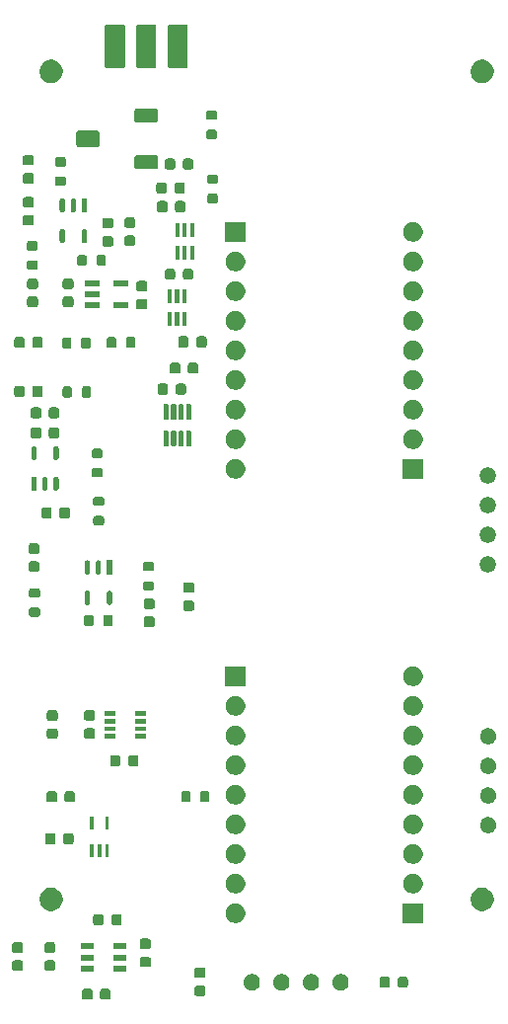
<source format=gbr>
G04 #@! TF.GenerationSoftware,KiCad,Pcbnew,9.0.0*
G04 #@! TF.CreationDate,2025-10-14T13:06:04-06:00*
G04 #@! TF.ProjectId,main_board,6d61696e-5f62-46f6-9172-642e6b696361,rev?*
G04 #@! TF.SameCoordinates,Original*
G04 #@! TF.FileFunction,Soldermask,Top*
G04 #@! TF.FilePolarity,Negative*
%FSLAX46Y46*%
G04 Gerber Fmt 4.6, Leading zero omitted, Abs format (unit mm)*
G04 Created by KiCad (PCBNEW 9.0.0) date 2025-10-14 13:06:04*
%MOMM*%
%LPD*%
G01*
G04 APERTURE LIST*
G04 APERTURE END LIST*
G36*
X125631104Y-149882127D02*
G01*
X125704099Y-149930901D01*
X125752873Y-150003896D01*
X125770000Y-150090000D01*
X125770000Y-150590000D01*
X125752873Y-150676104D01*
X125704099Y-150749099D01*
X125631104Y-150797873D01*
X125545000Y-150815000D01*
X125095000Y-150815000D01*
X125008896Y-150797873D01*
X124935901Y-150749099D01*
X124887127Y-150676104D01*
X124870000Y-150590000D01*
X124870000Y-150090000D01*
X124887127Y-150003896D01*
X124935901Y-149930901D01*
X125008896Y-149882127D01*
X125095000Y-149865000D01*
X125545000Y-149865000D01*
X125631104Y-149882127D01*
G37*
G36*
X127181104Y-149882127D02*
G01*
X127254099Y-149930901D01*
X127302873Y-150003896D01*
X127320000Y-150090000D01*
X127320000Y-150590000D01*
X127302873Y-150676104D01*
X127254099Y-150749099D01*
X127181104Y-150797873D01*
X127095000Y-150815000D01*
X126645000Y-150815000D01*
X126558896Y-150797873D01*
X126485901Y-150749099D01*
X126437127Y-150676104D01*
X126420000Y-150590000D01*
X126420000Y-150090000D01*
X126437127Y-150003896D01*
X126485901Y-149930901D01*
X126558896Y-149882127D01*
X126645000Y-149865000D01*
X127095000Y-149865000D01*
X127181104Y-149882127D01*
G37*
G36*
X135336104Y-149617127D02*
G01*
X135409099Y-149665901D01*
X135457873Y-149738896D01*
X135475000Y-149825000D01*
X135475000Y-150275000D01*
X135457873Y-150361104D01*
X135409099Y-150434099D01*
X135336104Y-150482873D01*
X135250000Y-150500000D01*
X134750000Y-150500000D01*
X134663896Y-150482873D01*
X134590901Y-150434099D01*
X134542127Y-150361104D01*
X134525000Y-150275000D01*
X134525000Y-149825000D01*
X134542127Y-149738896D01*
X134590901Y-149665901D01*
X134663896Y-149617127D01*
X134750000Y-149600000D01*
X135250000Y-149600000D01*
X135336104Y-149617127D01*
G37*
G36*
X139652764Y-148651577D02*
G01*
X139779271Y-148703978D01*
X139893124Y-148780052D01*
X139989948Y-148876876D01*
X140066022Y-148990729D01*
X140118423Y-149117236D01*
X140145137Y-149251535D01*
X140145137Y-149388465D01*
X140118423Y-149522764D01*
X140066022Y-149649271D01*
X139989948Y-149763124D01*
X139893124Y-149859948D01*
X139779271Y-149936022D01*
X139652764Y-149988423D01*
X139518465Y-150015137D01*
X139381535Y-150015137D01*
X139247236Y-149988423D01*
X139120729Y-149936022D01*
X139006876Y-149859948D01*
X138910052Y-149763124D01*
X138833978Y-149649271D01*
X138781577Y-149522764D01*
X138754863Y-149388465D01*
X138754863Y-149251535D01*
X138781577Y-149117236D01*
X138833978Y-148990729D01*
X138910052Y-148876876D01*
X139006876Y-148780052D01*
X139120729Y-148703978D01*
X139247236Y-148651577D01*
X139381535Y-148624863D01*
X139518465Y-148624863D01*
X139652764Y-148651577D01*
G37*
G36*
X142192764Y-148651577D02*
G01*
X142319271Y-148703978D01*
X142433124Y-148780052D01*
X142529948Y-148876876D01*
X142606022Y-148990729D01*
X142658423Y-149117236D01*
X142685137Y-149251535D01*
X142685137Y-149388465D01*
X142658423Y-149522764D01*
X142606022Y-149649271D01*
X142529948Y-149763124D01*
X142433124Y-149859948D01*
X142319271Y-149936022D01*
X142192764Y-149988423D01*
X142058465Y-150015137D01*
X141921535Y-150015137D01*
X141787236Y-149988423D01*
X141660729Y-149936022D01*
X141546876Y-149859948D01*
X141450052Y-149763124D01*
X141373978Y-149649271D01*
X141321577Y-149522764D01*
X141294863Y-149388465D01*
X141294863Y-149251535D01*
X141321577Y-149117236D01*
X141373978Y-148990729D01*
X141450052Y-148876876D01*
X141546876Y-148780052D01*
X141660729Y-148703978D01*
X141787236Y-148651577D01*
X141921535Y-148624863D01*
X142058465Y-148624863D01*
X142192764Y-148651577D01*
G37*
G36*
X144732764Y-148651577D02*
G01*
X144859271Y-148703978D01*
X144973124Y-148780052D01*
X145069948Y-148876876D01*
X145146022Y-148990729D01*
X145198423Y-149117236D01*
X145225137Y-149251535D01*
X145225137Y-149388465D01*
X145198423Y-149522764D01*
X145146022Y-149649271D01*
X145069948Y-149763124D01*
X144973124Y-149859948D01*
X144859271Y-149936022D01*
X144732764Y-149988423D01*
X144598465Y-150015137D01*
X144461535Y-150015137D01*
X144327236Y-149988423D01*
X144200729Y-149936022D01*
X144086876Y-149859948D01*
X143990052Y-149763124D01*
X143913978Y-149649271D01*
X143861577Y-149522764D01*
X143834863Y-149388465D01*
X143834863Y-149251535D01*
X143861577Y-149117236D01*
X143913978Y-148990729D01*
X143990052Y-148876876D01*
X144086876Y-148780052D01*
X144200729Y-148703978D01*
X144327236Y-148651577D01*
X144461535Y-148624863D01*
X144598465Y-148624863D01*
X144732764Y-148651577D01*
G37*
G36*
X147272764Y-148651577D02*
G01*
X147399271Y-148703978D01*
X147513124Y-148780052D01*
X147609948Y-148876876D01*
X147686022Y-148990729D01*
X147738423Y-149117236D01*
X147765137Y-149251535D01*
X147765137Y-149388465D01*
X147738423Y-149522764D01*
X147686022Y-149649271D01*
X147609948Y-149763124D01*
X147513124Y-149859948D01*
X147399271Y-149936022D01*
X147272764Y-149988423D01*
X147138465Y-150015137D01*
X147001535Y-150015137D01*
X146867236Y-149988423D01*
X146740729Y-149936022D01*
X146626876Y-149859948D01*
X146530052Y-149763124D01*
X146453978Y-149649271D01*
X146401577Y-149522764D01*
X146374863Y-149388465D01*
X146374863Y-149251535D01*
X146401577Y-149117236D01*
X146453978Y-148990729D01*
X146530052Y-148876876D01*
X146626876Y-148780052D01*
X146740729Y-148703978D01*
X146867236Y-148651577D01*
X147001535Y-148624863D01*
X147138465Y-148624863D01*
X147272764Y-148651577D01*
G37*
G36*
X151166104Y-148852127D02*
G01*
X151239099Y-148900901D01*
X151287873Y-148973896D01*
X151305000Y-149060000D01*
X151305000Y-149560000D01*
X151287873Y-149646104D01*
X151239099Y-149719099D01*
X151166104Y-149767873D01*
X151080000Y-149785000D01*
X150630000Y-149785000D01*
X150543896Y-149767873D01*
X150470901Y-149719099D01*
X150422127Y-149646104D01*
X150405000Y-149560000D01*
X150405000Y-149060000D01*
X150422127Y-148973896D01*
X150470901Y-148900901D01*
X150543896Y-148852127D01*
X150630000Y-148835000D01*
X151080000Y-148835000D01*
X151166104Y-148852127D01*
G37*
G36*
X152716104Y-148852127D02*
G01*
X152789099Y-148900901D01*
X152837873Y-148973896D01*
X152855000Y-149060000D01*
X152855000Y-149560000D01*
X152837873Y-149646104D01*
X152789099Y-149719099D01*
X152716104Y-149767873D01*
X152630000Y-149785000D01*
X152180000Y-149785000D01*
X152093896Y-149767873D01*
X152020901Y-149719099D01*
X151972127Y-149646104D01*
X151955000Y-149560000D01*
X151955000Y-149060000D01*
X151972127Y-148973896D01*
X152020901Y-148900901D01*
X152093896Y-148852127D01*
X152180000Y-148835000D01*
X152630000Y-148835000D01*
X152716104Y-148852127D01*
G37*
G36*
X135336104Y-148067127D02*
G01*
X135409099Y-148115901D01*
X135457873Y-148188896D01*
X135475000Y-148275000D01*
X135475000Y-148725000D01*
X135457873Y-148811104D01*
X135409099Y-148884099D01*
X135336104Y-148932873D01*
X135250000Y-148950000D01*
X134750000Y-148950000D01*
X134663896Y-148932873D01*
X134590901Y-148884099D01*
X134542127Y-148811104D01*
X134525000Y-148725000D01*
X134525000Y-148275000D01*
X134542127Y-148188896D01*
X134590901Y-148115901D01*
X134663896Y-148067127D01*
X134750000Y-148050000D01*
X135250000Y-148050000D01*
X135336104Y-148067127D01*
G37*
G36*
X125849100Y-148404001D02*
G01*
X124744200Y-148404001D01*
X124744200Y-147896001D01*
X125849100Y-147896001D01*
X125849100Y-148404001D01*
G37*
G36*
X128655800Y-148404001D02*
G01*
X127550900Y-148404001D01*
X127550900Y-147896001D01*
X128655800Y-147896001D01*
X128655800Y-148404001D01*
G37*
G36*
X119686104Y-147457127D02*
G01*
X119759099Y-147505901D01*
X119807873Y-147578896D01*
X119825000Y-147665000D01*
X119825000Y-148115000D01*
X119807873Y-148201104D01*
X119759099Y-148274099D01*
X119686104Y-148322873D01*
X119600000Y-148340000D01*
X119100000Y-148340000D01*
X119013896Y-148322873D01*
X118940901Y-148274099D01*
X118892127Y-148201104D01*
X118875000Y-148115000D01*
X118875000Y-147665000D01*
X118892127Y-147578896D01*
X118940901Y-147505901D01*
X119013896Y-147457127D01*
X119100000Y-147440000D01*
X119600000Y-147440000D01*
X119686104Y-147457127D01*
G37*
G36*
X122456104Y-147457127D02*
G01*
X122529099Y-147505901D01*
X122577873Y-147578896D01*
X122595000Y-147665000D01*
X122595000Y-148115000D01*
X122577873Y-148201104D01*
X122529099Y-148274099D01*
X122456104Y-148322873D01*
X122370000Y-148340000D01*
X121870000Y-148340000D01*
X121783896Y-148322873D01*
X121710901Y-148274099D01*
X121662127Y-148201104D01*
X121645000Y-148115000D01*
X121645000Y-147665000D01*
X121662127Y-147578896D01*
X121710901Y-147505901D01*
X121783896Y-147457127D01*
X121870000Y-147440000D01*
X122370000Y-147440000D01*
X122456104Y-147457127D01*
G37*
G36*
X130636104Y-147142127D02*
G01*
X130709099Y-147190901D01*
X130757873Y-147263896D01*
X130775000Y-147350000D01*
X130775000Y-147800000D01*
X130757873Y-147886104D01*
X130709099Y-147959099D01*
X130636104Y-148007873D01*
X130550000Y-148025000D01*
X130050000Y-148025000D01*
X129963896Y-148007873D01*
X129890901Y-147959099D01*
X129842127Y-147886104D01*
X129825000Y-147800000D01*
X129825000Y-147350000D01*
X129842127Y-147263896D01*
X129890901Y-147190901D01*
X129963896Y-147142127D01*
X130050000Y-147125000D01*
X130550000Y-147125000D01*
X130636104Y-147142127D01*
G37*
G36*
X125849100Y-147454000D02*
G01*
X124744200Y-147454000D01*
X124744200Y-146946000D01*
X125849100Y-146946000D01*
X125849100Y-147454000D01*
G37*
G36*
X128655800Y-147454000D02*
G01*
X127550900Y-147454000D01*
X127550900Y-146946000D01*
X128655800Y-146946000D01*
X128655800Y-147454000D01*
G37*
G36*
X119686104Y-145907127D02*
G01*
X119759099Y-145955901D01*
X119807873Y-146028896D01*
X119825000Y-146115000D01*
X119825000Y-146565000D01*
X119807873Y-146651104D01*
X119759099Y-146724099D01*
X119686104Y-146772873D01*
X119600000Y-146790000D01*
X119100000Y-146790000D01*
X119013896Y-146772873D01*
X118940901Y-146724099D01*
X118892127Y-146651104D01*
X118875000Y-146565000D01*
X118875000Y-146115000D01*
X118892127Y-146028896D01*
X118940901Y-145955901D01*
X119013896Y-145907127D01*
X119100000Y-145890000D01*
X119600000Y-145890000D01*
X119686104Y-145907127D01*
G37*
G36*
X122456104Y-145907127D02*
G01*
X122529099Y-145955901D01*
X122577873Y-146028896D01*
X122595000Y-146115000D01*
X122595000Y-146565000D01*
X122577873Y-146651104D01*
X122529099Y-146724099D01*
X122456104Y-146772873D01*
X122370000Y-146790000D01*
X121870000Y-146790000D01*
X121783896Y-146772873D01*
X121710901Y-146724099D01*
X121662127Y-146651104D01*
X121645000Y-146565000D01*
X121645000Y-146115000D01*
X121662127Y-146028896D01*
X121710901Y-145955901D01*
X121783896Y-145907127D01*
X121870000Y-145890000D01*
X122370000Y-145890000D01*
X122456104Y-145907127D01*
G37*
G36*
X125849100Y-146503999D02*
G01*
X124744200Y-146503999D01*
X124744200Y-145995999D01*
X125849100Y-145995999D01*
X125849100Y-146503999D01*
G37*
G36*
X128655800Y-146503999D02*
G01*
X127550900Y-146503999D01*
X127550900Y-145995999D01*
X128655800Y-145995999D01*
X128655800Y-146503999D01*
G37*
G36*
X130636104Y-145592127D02*
G01*
X130709099Y-145640901D01*
X130757873Y-145713896D01*
X130775000Y-145800000D01*
X130775000Y-146250000D01*
X130757873Y-146336104D01*
X130709099Y-146409099D01*
X130636104Y-146457873D01*
X130550000Y-146475000D01*
X130050000Y-146475000D01*
X129963896Y-146457873D01*
X129890901Y-146409099D01*
X129842127Y-146336104D01*
X129825000Y-146250000D01*
X129825000Y-145800000D01*
X129842127Y-145713896D01*
X129890901Y-145640901D01*
X129963896Y-145592127D01*
X130050000Y-145575000D01*
X130550000Y-145575000D01*
X130636104Y-145592127D01*
G37*
G36*
X126564962Y-143491651D02*
G01*
X126635930Y-143539070D01*
X126683349Y-143610038D01*
X126700000Y-143693750D01*
X126700000Y-144206250D01*
X126683349Y-144289962D01*
X126635930Y-144360930D01*
X126564962Y-144408349D01*
X126481250Y-144425000D01*
X126043750Y-144425000D01*
X125960038Y-144408349D01*
X125889070Y-144360930D01*
X125841651Y-144289962D01*
X125825000Y-144206250D01*
X125825000Y-143693750D01*
X125841651Y-143610038D01*
X125889070Y-143539070D01*
X125960038Y-143491651D01*
X126043750Y-143475000D01*
X126481250Y-143475000D01*
X126564962Y-143491651D01*
G37*
G36*
X128139962Y-143491651D02*
G01*
X128210930Y-143539070D01*
X128258349Y-143610038D01*
X128275000Y-143693750D01*
X128275000Y-144206250D01*
X128258349Y-144289962D01*
X128210930Y-144360930D01*
X128139962Y-144408349D01*
X128056250Y-144425000D01*
X127618750Y-144425000D01*
X127535038Y-144408349D01*
X127464070Y-144360930D01*
X127416651Y-144289962D01*
X127400000Y-144206250D01*
X127400000Y-143693750D01*
X127416651Y-143610038D01*
X127464070Y-143539070D01*
X127535038Y-143491651D01*
X127618750Y-143475000D01*
X128056250Y-143475000D01*
X128139962Y-143491651D01*
G37*
G36*
X154120000Y-144260000D02*
G01*
X152420000Y-144260000D01*
X152420000Y-142560000D01*
X154120000Y-142560000D01*
X154120000Y-144260000D01*
G37*
G36*
X138276742Y-142596601D02*
G01*
X138430687Y-142660367D01*
X138569234Y-142752941D01*
X138687059Y-142870766D01*
X138779633Y-143009313D01*
X138843399Y-143163258D01*
X138875907Y-143326685D01*
X138875907Y-143493315D01*
X138843399Y-143656742D01*
X138779633Y-143810687D01*
X138687059Y-143949234D01*
X138569234Y-144067059D01*
X138430687Y-144159633D01*
X138276742Y-144223399D01*
X138113315Y-144255907D01*
X137946685Y-144255907D01*
X137783258Y-144223399D01*
X137629313Y-144159633D01*
X137490766Y-144067059D01*
X137372941Y-143949234D01*
X137280367Y-143810687D01*
X137216601Y-143656742D01*
X137184093Y-143493315D01*
X137184093Y-143326685D01*
X137216601Y-143163258D01*
X137280367Y-143009313D01*
X137372941Y-142870766D01*
X137490766Y-142752941D01*
X137629313Y-142660367D01*
X137783258Y-142596601D01*
X137946685Y-142564093D01*
X138113315Y-142564093D01*
X138276742Y-142596601D01*
G37*
G36*
X122520285Y-141263060D02*
G01*
X122701397Y-141338079D01*
X122864393Y-141446990D01*
X123003010Y-141585607D01*
X123111921Y-141748603D01*
X123186940Y-141929715D01*
X123225185Y-142121983D01*
X123225185Y-142318017D01*
X123186940Y-142510285D01*
X123111921Y-142691397D01*
X123003010Y-142854393D01*
X122864393Y-142993010D01*
X122701397Y-143101921D01*
X122520285Y-143176940D01*
X122328017Y-143215185D01*
X122131983Y-143215185D01*
X121939715Y-143176940D01*
X121758603Y-143101921D01*
X121595607Y-142993010D01*
X121456990Y-142854393D01*
X121348079Y-142691397D01*
X121273060Y-142510285D01*
X121234815Y-142318017D01*
X121234815Y-142121983D01*
X121273060Y-141929715D01*
X121348079Y-141748603D01*
X121456990Y-141585607D01*
X121595607Y-141446990D01*
X121758603Y-141338079D01*
X121939715Y-141263060D01*
X122131983Y-141224815D01*
X122328017Y-141224815D01*
X122520285Y-141263060D01*
G37*
G36*
X159520285Y-141263060D02*
G01*
X159701397Y-141338079D01*
X159864393Y-141446990D01*
X160003010Y-141585607D01*
X160111921Y-141748603D01*
X160186940Y-141929715D01*
X160225185Y-142121983D01*
X160225185Y-142318017D01*
X160186940Y-142510285D01*
X160111921Y-142691397D01*
X160003010Y-142854393D01*
X159864393Y-142993010D01*
X159701397Y-143101921D01*
X159520285Y-143176940D01*
X159328017Y-143215185D01*
X159131983Y-143215185D01*
X158939715Y-143176940D01*
X158758603Y-143101921D01*
X158595607Y-142993010D01*
X158456990Y-142854393D01*
X158348079Y-142691397D01*
X158273060Y-142510285D01*
X158234815Y-142318017D01*
X158234815Y-142121983D01*
X158273060Y-141929715D01*
X158348079Y-141748603D01*
X158456990Y-141585607D01*
X158595607Y-141446990D01*
X158758603Y-141338079D01*
X158939715Y-141263060D01*
X159131983Y-141224815D01*
X159328017Y-141224815D01*
X159520285Y-141263060D01*
G37*
G36*
X138276742Y-140056601D02*
G01*
X138430687Y-140120367D01*
X138569234Y-140212941D01*
X138687059Y-140330766D01*
X138779633Y-140469313D01*
X138843399Y-140623258D01*
X138875907Y-140786685D01*
X138875907Y-140953315D01*
X138843399Y-141116742D01*
X138779633Y-141270687D01*
X138687059Y-141409234D01*
X138569234Y-141527059D01*
X138430687Y-141619633D01*
X138276742Y-141683399D01*
X138113315Y-141715907D01*
X137946685Y-141715907D01*
X137783258Y-141683399D01*
X137629313Y-141619633D01*
X137490766Y-141527059D01*
X137372941Y-141409234D01*
X137280367Y-141270687D01*
X137216601Y-141116742D01*
X137184093Y-140953315D01*
X137184093Y-140786685D01*
X137216601Y-140623258D01*
X137280367Y-140469313D01*
X137372941Y-140330766D01*
X137490766Y-140212941D01*
X137629313Y-140120367D01*
X137783258Y-140056601D01*
X137946685Y-140024093D01*
X138113315Y-140024093D01*
X138276742Y-140056601D01*
G37*
G36*
X153516742Y-140056601D02*
G01*
X153670687Y-140120367D01*
X153809234Y-140212941D01*
X153927059Y-140330766D01*
X154019633Y-140469313D01*
X154083399Y-140623258D01*
X154115907Y-140786685D01*
X154115907Y-140953315D01*
X154083399Y-141116742D01*
X154019633Y-141270687D01*
X153927059Y-141409234D01*
X153809234Y-141527059D01*
X153670687Y-141619633D01*
X153516742Y-141683399D01*
X153353315Y-141715907D01*
X153186685Y-141715907D01*
X153023258Y-141683399D01*
X152869313Y-141619633D01*
X152730766Y-141527059D01*
X152612941Y-141409234D01*
X152520367Y-141270687D01*
X152456601Y-141116742D01*
X152424093Y-140953315D01*
X152424093Y-140786685D01*
X152456601Y-140623258D01*
X152520367Y-140469313D01*
X152612941Y-140330766D01*
X152730766Y-140212941D01*
X152869313Y-140120367D01*
X153023258Y-140056601D01*
X153186685Y-140024093D01*
X153353315Y-140024093D01*
X153516742Y-140056601D01*
G37*
G36*
X138276742Y-137516601D02*
G01*
X138430687Y-137580367D01*
X138569234Y-137672941D01*
X138687059Y-137790766D01*
X138779633Y-137929313D01*
X138843399Y-138083258D01*
X138875907Y-138246685D01*
X138875907Y-138413315D01*
X138843399Y-138576742D01*
X138779633Y-138730687D01*
X138687059Y-138869234D01*
X138569234Y-138987059D01*
X138430687Y-139079633D01*
X138276742Y-139143399D01*
X138113315Y-139175907D01*
X137946685Y-139175907D01*
X137783258Y-139143399D01*
X137629313Y-139079633D01*
X137490766Y-138987059D01*
X137372941Y-138869234D01*
X137280367Y-138730687D01*
X137216601Y-138576742D01*
X137184093Y-138413315D01*
X137184093Y-138246685D01*
X137216601Y-138083258D01*
X137280367Y-137929313D01*
X137372941Y-137790766D01*
X137490766Y-137672941D01*
X137629313Y-137580367D01*
X137783258Y-137516601D01*
X137946685Y-137484093D01*
X138113315Y-137484093D01*
X138276742Y-137516601D01*
G37*
G36*
X153516742Y-137516601D02*
G01*
X153670687Y-137580367D01*
X153809234Y-137672941D01*
X153927059Y-137790766D01*
X154019633Y-137929313D01*
X154083399Y-138083258D01*
X154115907Y-138246685D01*
X154115907Y-138413315D01*
X154083399Y-138576742D01*
X154019633Y-138730687D01*
X153927059Y-138869234D01*
X153809234Y-138987059D01*
X153670687Y-139079633D01*
X153516742Y-139143399D01*
X153353315Y-139175907D01*
X153186685Y-139175907D01*
X153023258Y-139143399D01*
X152869313Y-139079633D01*
X152730766Y-138987059D01*
X152612941Y-138869234D01*
X152520367Y-138730687D01*
X152456601Y-138576742D01*
X152424093Y-138413315D01*
X152424093Y-138246685D01*
X152456601Y-138083258D01*
X152520367Y-137929313D01*
X152612941Y-137790766D01*
X152730766Y-137672941D01*
X152869313Y-137580367D01*
X153023258Y-137516601D01*
X153186685Y-137484093D01*
X153353315Y-137484093D01*
X153516742Y-137516601D01*
G37*
G36*
X125882401Y-138612600D02*
G01*
X125577601Y-138612600D01*
X125577601Y-137533100D01*
X125882401Y-137533100D01*
X125882401Y-138612600D01*
G37*
G36*
X126532400Y-138612600D02*
G01*
X126227600Y-138612600D01*
X126227600Y-137533100D01*
X126532400Y-137533100D01*
X126532400Y-138612600D01*
G37*
G36*
X127182399Y-138612600D02*
G01*
X126877599Y-138612600D01*
X126877599Y-137533100D01*
X127182399Y-137533100D01*
X127182399Y-138612600D01*
G37*
G36*
X122466104Y-136552127D02*
G01*
X122539099Y-136600901D01*
X122587873Y-136673896D01*
X122605000Y-136760000D01*
X122605000Y-137260000D01*
X122587873Y-137346104D01*
X122539099Y-137419099D01*
X122466104Y-137467873D01*
X122380000Y-137485000D01*
X121930000Y-137485000D01*
X121843896Y-137467873D01*
X121770901Y-137419099D01*
X121722127Y-137346104D01*
X121705000Y-137260000D01*
X121705000Y-136760000D01*
X121722127Y-136673896D01*
X121770901Y-136600901D01*
X121843896Y-136552127D01*
X121930000Y-136535000D01*
X122380000Y-136535000D01*
X122466104Y-136552127D01*
G37*
G36*
X124016104Y-136552127D02*
G01*
X124089099Y-136600901D01*
X124137873Y-136673896D01*
X124155000Y-136760000D01*
X124155000Y-137260000D01*
X124137873Y-137346104D01*
X124089099Y-137419099D01*
X124016104Y-137467873D01*
X123930000Y-137485000D01*
X123480000Y-137485000D01*
X123393896Y-137467873D01*
X123320901Y-137419099D01*
X123272127Y-137346104D01*
X123255000Y-137260000D01*
X123255000Y-136760000D01*
X123272127Y-136673896D01*
X123320901Y-136600901D01*
X123393896Y-136552127D01*
X123480000Y-136535000D01*
X123930000Y-136535000D01*
X124016104Y-136552127D01*
G37*
G36*
X138276742Y-134976601D02*
G01*
X138430687Y-135040367D01*
X138569234Y-135132941D01*
X138687059Y-135250766D01*
X138779633Y-135389313D01*
X138843399Y-135543258D01*
X138875907Y-135706685D01*
X138875907Y-135873315D01*
X138843399Y-136036742D01*
X138779633Y-136190687D01*
X138687059Y-136329234D01*
X138569234Y-136447059D01*
X138430687Y-136539633D01*
X138276742Y-136603399D01*
X138113315Y-136635907D01*
X137946685Y-136635907D01*
X137783258Y-136603399D01*
X137629313Y-136539633D01*
X137490766Y-136447059D01*
X137372941Y-136329234D01*
X137280367Y-136190687D01*
X137216601Y-136036742D01*
X137184093Y-135873315D01*
X137184093Y-135706685D01*
X137216601Y-135543258D01*
X137280367Y-135389313D01*
X137372941Y-135250766D01*
X137490766Y-135132941D01*
X137629313Y-135040367D01*
X137783258Y-134976601D01*
X137946685Y-134944093D01*
X138113315Y-134944093D01*
X138276742Y-134976601D01*
G37*
G36*
X153516742Y-134976601D02*
G01*
X153670687Y-135040367D01*
X153809234Y-135132941D01*
X153927059Y-135250766D01*
X154019633Y-135389313D01*
X154083399Y-135543258D01*
X154115907Y-135706685D01*
X154115907Y-135873315D01*
X154083399Y-136036742D01*
X154019633Y-136190687D01*
X153927059Y-136329234D01*
X153809234Y-136447059D01*
X153670687Y-136539633D01*
X153516742Y-136603399D01*
X153353315Y-136635907D01*
X153186685Y-136635907D01*
X153023258Y-136603399D01*
X152869313Y-136539633D01*
X152730766Y-136447059D01*
X152612941Y-136329234D01*
X152520367Y-136190687D01*
X152456601Y-136036742D01*
X152424093Y-135873315D01*
X152424093Y-135706685D01*
X152456601Y-135543258D01*
X152520367Y-135389313D01*
X152612941Y-135250766D01*
X152730766Y-135132941D01*
X152869313Y-135040367D01*
X153023258Y-134976601D01*
X153186685Y-134944093D01*
X153353315Y-134944093D01*
X153516742Y-134976601D01*
G37*
G36*
X159932764Y-135181577D02*
G01*
X160059271Y-135233978D01*
X160173124Y-135310052D01*
X160269948Y-135406876D01*
X160346022Y-135520729D01*
X160398423Y-135647236D01*
X160425137Y-135781535D01*
X160425137Y-135918465D01*
X160398423Y-136052764D01*
X160346022Y-136179271D01*
X160269948Y-136293124D01*
X160173124Y-136389948D01*
X160059271Y-136466022D01*
X159932764Y-136518423D01*
X159798465Y-136545137D01*
X159661535Y-136545137D01*
X159527236Y-136518423D01*
X159400729Y-136466022D01*
X159286876Y-136389948D01*
X159190052Y-136293124D01*
X159113978Y-136179271D01*
X159061577Y-136052764D01*
X159034863Y-135918465D01*
X159034863Y-135781535D01*
X159061577Y-135647236D01*
X159113978Y-135520729D01*
X159190052Y-135406876D01*
X159286876Y-135310052D01*
X159400729Y-135233978D01*
X159527236Y-135181577D01*
X159661535Y-135154863D01*
X159798465Y-135154863D01*
X159932764Y-135181577D01*
G37*
G36*
X125882401Y-136186900D02*
G01*
X125577601Y-136186900D01*
X125577601Y-135107400D01*
X125882401Y-135107400D01*
X125882401Y-136186900D01*
G37*
G36*
X127182399Y-136186900D02*
G01*
X126877599Y-136186900D01*
X126877599Y-135107400D01*
X127182399Y-135107400D01*
X127182399Y-136186900D01*
G37*
G36*
X138276742Y-132436601D02*
G01*
X138430687Y-132500367D01*
X138569234Y-132592941D01*
X138687059Y-132710766D01*
X138779633Y-132849313D01*
X138843399Y-133003258D01*
X138875907Y-133166685D01*
X138875907Y-133333315D01*
X138843399Y-133496742D01*
X138779633Y-133650687D01*
X138687059Y-133789234D01*
X138569234Y-133907059D01*
X138430687Y-133999633D01*
X138276742Y-134063399D01*
X138113315Y-134095907D01*
X137946685Y-134095907D01*
X137783258Y-134063399D01*
X137629313Y-133999633D01*
X137490766Y-133907059D01*
X137372941Y-133789234D01*
X137280367Y-133650687D01*
X137216601Y-133496742D01*
X137184093Y-133333315D01*
X137184093Y-133166685D01*
X137216601Y-133003258D01*
X137280367Y-132849313D01*
X137372941Y-132710766D01*
X137490766Y-132592941D01*
X137629313Y-132500367D01*
X137783258Y-132436601D01*
X137946685Y-132404093D01*
X138113315Y-132404093D01*
X138276742Y-132436601D01*
G37*
G36*
X153516742Y-132436601D02*
G01*
X153670687Y-132500367D01*
X153809234Y-132592941D01*
X153927059Y-132710766D01*
X154019633Y-132849313D01*
X154083399Y-133003258D01*
X154115907Y-133166685D01*
X154115907Y-133333315D01*
X154083399Y-133496742D01*
X154019633Y-133650687D01*
X153927059Y-133789234D01*
X153809234Y-133907059D01*
X153670687Y-133999633D01*
X153516742Y-134063399D01*
X153353315Y-134095907D01*
X153186685Y-134095907D01*
X153023258Y-134063399D01*
X152869313Y-133999633D01*
X152730766Y-133907059D01*
X152612941Y-133789234D01*
X152520367Y-133650687D01*
X152456601Y-133496742D01*
X152424093Y-133333315D01*
X152424093Y-133166685D01*
X152456601Y-133003258D01*
X152520367Y-132849313D01*
X152612941Y-132710766D01*
X152730766Y-132592941D01*
X152869313Y-132500367D01*
X153023258Y-132436601D01*
X153186685Y-132404093D01*
X153353315Y-132404093D01*
X153516742Y-132436601D01*
G37*
G36*
X159932764Y-132641577D02*
G01*
X160059271Y-132693978D01*
X160173124Y-132770052D01*
X160269948Y-132866876D01*
X160346022Y-132980729D01*
X160398423Y-133107236D01*
X160425137Y-133241535D01*
X160425137Y-133378465D01*
X160398423Y-133512764D01*
X160346022Y-133639271D01*
X160269948Y-133753124D01*
X160173124Y-133849948D01*
X160059271Y-133926022D01*
X159932764Y-133978423D01*
X159798465Y-134005137D01*
X159661535Y-134005137D01*
X159527236Y-133978423D01*
X159400729Y-133926022D01*
X159286876Y-133849948D01*
X159190052Y-133753124D01*
X159113978Y-133639271D01*
X159061577Y-133512764D01*
X159034863Y-133378465D01*
X159034863Y-133241535D01*
X159061577Y-133107236D01*
X159113978Y-132980729D01*
X159190052Y-132866876D01*
X159286876Y-132770052D01*
X159400729Y-132693978D01*
X159527236Y-132641577D01*
X159661535Y-132614863D01*
X159798465Y-132614863D01*
X159932764Y-132641577D01*
G37*
G36*
X122591104Y-132952127D02*
G01*
X122664099Y-133000901D01*
X122712873Y-133073896D01*
X122730000Y-133160000D01*
X122730000Y-133660000D01*
X122712873Y-133746104D01*
X122664099Y-133819099D01*
X122591104Y-133867873D01*
X122505000Y-133885000D01*
X122055000Y-133885000D01*
X121968896Y-133867873D01*
X121895901Y-133819099D01*
X121847127Y-133746104D01*
X121830000Y-133660000D01*
X121830000Y-133160000D01*
X121847127Y-133073896D01*
X121895901Y-133000901D01*
X121968896Y-132952127D01*
X122055000Y-132935000D01*
X122505000Y-132935000D01*
X122591104Y-132952127D01*
G37*
G36*
X124141104Y-132952127D02*
G01*
X124214099Y-133000901D01*
X124262873Y-133073896D01*
X124280000Y-133160000D01*
X124280000Y-133660000D01*
X124262873Y-133746104D01*
X124214099Y-133819099D01*
X124141104Y-133867873D01*
X124055000Y-133885000D01*
X123605000Y-133885000D01*
X123518896Y-133867873D01*
X123445901Y-133819099D01*
X123397127Y-133746104D01*
X123380000Y-133660000D01*
X123380000Y-133160000D01*
X123397127Y-133073896D01*
X123445901Y-133000901D01*
X123518896Y-132952127D01*
X123605000Y-132935000D01*
X124055000Y-132935000D01*
X124141104Y-132952127D01*
G37*
G36*
X134051537Y-132940224D02*
G01*
X134116421Y-132983579D01*
X134159776Y-133048463D01*
X134175000Y-133125000D01*
X134175000Y-133675000D01*
X134159776Y-133751537D01*
X134116421Y-133816421D01*
X134051537Y-133859776D01*
X133975000Y-133875000D01*
X133575000Y-133875000D01*
X133498463Y-133859776D01*
X133433579Y-133816421D01*
X133390224Y-133751537D01*
X133375000Y-133675000D01*
X133375000Y-133125000D01*
X133390224Y-133048463D01*
X133433579Y-132983579D01*
X133498463Y-132940224D01*
X133575000Y-132925000D01*
X133975000Y-132925000D01*
X134051537Y-132940224D01*
G37*
G36*
X135701537Y-132940224D02*
G01*
X135766421Y-132983579D01*
X135809776Y-133048463D01*
X135825000Y-133125000D01*
X135825000Y-133675000D01*
X135809776Y-133751537D01*
X135766421Y-133816421D01*
X135701537Y-133859776D01*
X135625000Y-133875000D01*
X135225000Y-133875000D01*
X135148463Y-133859776D01*
X135083579Y-133816421D01*
X135040224Y-133751537D01*
X135025000Y-133675000D01*
X135025000Y-133125000D01*
X135040224Y-133048463D01*
X135083579Y-132983579D01*
X135148463Y-132940224D01*
X135225000Y-132925000D01*
X135625000Y-132925000D01*
X135701537Y-132940224D01*
G37*
G36*
X138276742Y-129896601D02*
G01*
X138430687Y-129960367D01*
X138569234Y-130052941D01*
X138687059Y-130170766D01*
X138779633Y-130309313D01*
X138843399Y-130463258D01*
X138875907Y-130626685D01*
X138875907Y-130793315D01*
X138843399Y-130956742D01*
X138779633Y-131110687D01*
X138687059Y-131249234D01*
X138569234Y-131367059D01*
X138430687Y-131459633D01*
X138276742Y-131523399D01*
X138113315Y-131555907D01*
X137946685Y-131555907D01*
X137783258Y-131523399D01*
X137629313Y-131459633D01*
X137490766Y-131367059D01*
X137372941Y-131249234D01*
X137280367Y-131110687D01*
X137216601Y-130956742D01*
X137184093Y-130793315D01*
X137184093Y-130626685D01*
X137216601Y-130463258D01*
X137280367Y-130309313D01*
X137372941Y-130170766D01*
X137490766Y-130052941D01*
X137629313Y-129960367D01*
X137783258Y-129896601D01*
X137946685Y-129864093D01*
X138113315Y-129864093D01*
X138276742Y-129896601D01*
G37*
G36*
X153516742Y-129896601D02*
G01*
X153670687Y-129960367D01*
X153809234Y-130052941D01*
X153927059Y-130170766D01*
X154019633Y-130309313D01*
X154083399Y-130463258D01*
X154115907Y-130626685D01*
X154115907Y-130793315D01*
X154083399Y-130956742D01*
X154019633Y-131110687D01*
X153927059Y-131249234D01*
X153809234Y-131367059D01*
X153670687Y-131459633D01*
X153516742Y-131523399D01*
X153353315Y-131555907D01*
X153186685Y-131555907D01*
X153023258Y-131523399D01*
X152869313Y-131459633D01*
X152730766Y-131367059D01*
X152612941Y-131249234D01*
X152520367Y-131110687D01*
X152456601Y-130956742D01*
X152424093Y-130793315D01*
X152424093Y-130626685D01*
X152456601Y-130463258D01*
X152520367Y-130309313D01*
X152612941Y-130170766D01*
X152730766Y-130052941D01*
X152869313Y-129960367D01*
X153023258Y-129896601D01*
X153186685Y-129864093D01*
X153353315Y-129864093D01*
X153516742Y-129896601D01*
G37*
G36*
X159932764Y-130101577D02*
G01*
X160059271Y-130153978D01*
X160173124Y-130230052D01*
X160269948Y-130326876D01*
X160346022Y-130440729D01*
X160398423Y-130567236D01*
X160425137Y-130701535D01*
X160425137Y-130838465D01*
X160398423Y-130972764D01*
X160346022Y-131099271D01*
X160269948Y-131213124D01*
X160173124Y-131309948D01*
X160059271Y-131386022D01*
X159932764Y-131438423D01*
X159798465Y-131465137D01*
X159661535Y-131465137D01*
X159527236Y-131438423D01*
X159400729Y-131386022D01*
X159286876Y-131309948D01*
X159190052Y-131213124D01*
X159113978Y-131099271D01*
X159061577Y-130972764D01*
X159034863Y-130838465D01*
X159034863Y-130701535D01*
X159061577Y-130567236D01*
X159113978Y-130440729D01*
X159190052Y-130326876D01*
X159286876Y-130230052D01*
X159400729Y-130153978D01*
X159527236Y-130101577D01*
X159661535Y-130074863D01*
X159798465Y-130074863D01*
X159932764Y-130101577D01*
G37*
G36*
X128041104Y-129852127D02*
G01*
X128114099Y-129900901D01*
X128162873Y-129973896D01*
X128180000Y-130060000D01*
X128180000Y-130560000D01*
X128162873Y-130646104D01*
X128114099Y-130719099D01*
X128041104Y-130767873D01*
X127955000Y-130785000D01*
X127505000Y-130785000D01*
X127418896Y-130767873D01*
X127345901Y-130719099D01*
X127297127Y-130646104D01*
X127280000Y-130560000D01*
X127280000Y-130060000D01*
X127297127Y-129973896D01*
X127345901Y-129900901D01*
X127418896Y-129852127D01*
X127505000Y-129835000D01*
X127955000Y-129835000D01*
X128041104Y-129852127D01*
G37*
G36*
X129591104Y-129852127D02*
G01*
X129664099Y-129900901D01*
X129712873Y-129973896D01*
X129730000Y-130060000D01*
X129730000Y-130560000D01*
X129712873Y-130646104D01*
X129664099Y-130719099D01*
X129591104Y-130767873D01*
X129505000Y-130785000D01*
X129055000Y-130785000D01*
X128968896Y-130767873D01*
X128895901Y-130719099D01*
X128847127Y-130646104D01*
X128830000Y-130560000D01*
X128830000Y-130060000D01*
X128847127Y-129973896D01*
X128895901Y-129900901D01*
X128968896Y-129852127D01*
X129055000Y-129835000D01*
X129505000Y-129835000D01*
X129591104Y-129852127D01*
G37*
G36*
X138276742Y-127356601D02*
G01*
X138430687Y-127420367D01*
X138569234Y-127512941D01*
X138687059Y-127630766D01*
X138779633Y-127769313D01*
X138843399Y-127923258D01*
X138875907Y-128086685D01*
X138875907Y-128253315D01*
X138843399Y-128416742D01*
X138779633Y-128570687D01*
X138687059Y-128709234D01*
X138569234Y-128827059D01*
X138430687Y-128919633D01*
X138276742Y-128983399D01*
X138113315Y-129015907D01*
X137946685Y-129015907D01*
X137783258Y-128983399D01*
X137629313Y-128919633D01*
X137490766Y-128827059D01*
X137372941Y-128709234D01*
X137280367Y-128570687D01*
X137216601Y-128416742D01*
X137184093Y-128253315D01*
X137184093Y-128086685D01*
X137216601Y-127923258D01*
X137280367Y-127769313D01*
X137372941Y-127630766D01*
X137490766Y-127512941D01*
X137629313Y-127420367D01*
X137783258Y-127356601D01*
X137946685Y-127324093D01*
X138113315Y-127324093D01*
X138276742Y-127356601D01*
G37*
G36*
X153516742Y-127356601D02*
G01*
X153670687Y-127420367D01*
X153809234Y-127512941D01*
X153927059Y-127630766D01*
X154019633Y-127769313D01*
X154083399Y-127923258D01*
X154115907Y-128086685D01*
X154115907Y-128253315D01*
X154083399Y-128416742D01*
X154019633Y-128570687D01*
X153927059Y-128709234D01*
X153809234Y-128827059D01*
X153670687Y-128919633D01*
X153516742Y-128983399D01*
X153353315Y-129015907D01*
X153186685Y-129015907D01*
X153023258Y-128983399D01*
X152869313Y-128919633D01*
X152730766Y-128827059D01*
X152612941Y-128709234D01*
X152520367Y-128570687D01*
X152456601Y-128416742D01*
X152424093Y-128253315D01*
X152424093Y-128086685D01*
X152456601Y-127923258D01*
X152520367Y-127769313D01*
X152612941Y-127630766D01*
X152730766Y-127512941D01*
X152869313Y-127420367D01*
X153023258Y-127356601D01*
X153186685Y-127324093D01*
X153353315Y-127324093D01*
X153516742Y-127356601D01*
G37*
G36*
X159932764Y-127561577D02*
G01*
X160059271Y-127613978D01*
X160173124Y-127690052D01*
X160269948Y-127786876D01*
X160346022Y-127900729D01*
X160398423Y-128027236D01*
X160425137Y-128161535D01*
X160425137Y-128298465D01*
X160398423Y-128432764D01*
X160346022Y-128559271D01*
X160269948Y-128673124D01*
X160173124Y-128769948D01*
X160059271Y-128846022D01*
X159932764Y-128898423D01*
X159798465Y-128925137D01*
X159661535Y-128925137D01*
X159527236Y-128898423D01*
X159400729Y-128846022D01*
X159286876Y-128769948D01*
X159190052Y-128673124D01*
X159113978Y-128559271D01*
X159061577Y-128432764D01*
X159034863Y-128298465D01*
X159034863Y-128161535D01*
X159061577Y-128027236D01*
X159113978Y-127900729D01*
X159190052Y-127786876D01*
X159286876Y-127690052D01*
X159400729Y-127613978D01*
X159527236Y-127561577D01*
X159661535Y-127534863D01*
X159798465Y-127534863D01*
X159932764Y-127561577D01*
G37*
G36*
X122666104Y-127567127D02*
G01*
X122739099Y-127615901D01*
X122787873Y-127688896D01*
X122805000Y-127775000D01*
X122805000Y-128225000D01*
X122787873Y-128311104D01*
X122739099Y-128384099D01*
X122666104Y-128432873D01*
X122580000Y-128450000D01*
X122080000Y-128450000D01*
X121993896Y-128432873D01*
X121920901Y-128384099D01*
X121872127Y-128311104D01*
X121855000Y-128225000D01*
X121855000Y-127775000D01*
X121872127Y-127688896D01*
X121920901Y-127615901D01*
X121993896Y-127567127D01*
X122080000Y-127550000D01*
X122580000Y-127550000D01*
X122666104Y-127567127D01*
G37*
G36*
X127703700Y-128438199D02*
G01*
X126827400Y-128438199D01*
X126827400Y-128031799D01*
X127703700Y-128031799D01*
X127703700Y-128438199D01*
G37*
G36*
X130332600Y-128438199D02*
G01*
X129456300Y-128438199D01*
X129456300Y-128031799D01*
X130332600Y-128031799D01*
X130332600Y-128438199D01*
G37*
G36*
X125866104Y-127552127D02*
G01*
X125939099Y-127600901D01*
X125987873Y-127673896D01*
X126005000Y-127760000D01*
X126005000Y-128210000D01*
X125987873Y-128296104D01*
X125939099Y-128369099D01*
X125866104Y-128417873D01*
X125780000Y-128435000D01*
X125280000Y-128435000D01*
X125193896Y-128417873D01*
X125120901Y-128369099D01*
X125072127Y-128296104D01*
X125055000Y-128210000D01*
X125055000Y-127760000D01*
X125072127Y-127673896D01*
X125120901Y-127600901D01*
X125193896Y-127552127D01*
X125280000Y-127535000D01*
X125780000Y-127535000D01*
X125866104Y-127552127D01*
G37*
G36*
X127703700Y-127788201D02*
G01*
X126827400Y-127788201D01*
X126827400Y-127381801D01*
X127703700Y-127381801D01*
X127703700Y-127788201D01*
G37*
G36*
X130332600Y-127788201D02*
G01*
X129456300Y-127788201D01*
X129456300Y-127381801D01*
X130332600Y-127381801D01*
X130332600Y-127788201D01*
G37*
G36*
X127703700Y-127138199D02*
G01*
X126827400Y-127138199D01*
X126827400Y-126731799D01*
X127703700Y-126731799D01*
X127703700Y-127138199D01*
G37*
G36*
X130332600Y-127138199D02*
G01*
X129456300Y-127138199D01*
X129456300Y-126731799D01*
X130332600Y-126731799D01*
X130332600Y-127138199D01*
G37*
G36*
X122666104Y-126017127D02*
G01*
X122739099Y-126065901D01*
X122787873Y-126138896D01*
X122805000Y-126225000D01*
X122805000Y-126675000D01*
X122787873Y-126761104D01*
X122739099Y-126834099D01*
X122666104Y-126882873D01*
X122580000Y-126900000D01*
X122080000Y-126900000D01*
X121993896Y-126882873D01*
X121920901Y-126834099D01*
X121872127Y-126761104D01*
X121855000Y-126675000D01*
X121855000Y-126225000D01*
X121872127Y-126138896D01*
X121920901Y-126065901D01*
X121993896Y-126017127D01*
X122080000Y-126000000D01*
X122580000Y-126000000D01*
X122666104Y-126017127D01*
G37*
G36*
X125866104Y-126002127D02*
G01*
X125939099Y-126050901D01*
X125987873Y-126123896D01*
X126005000Y-126210000D01*
X126005000Y-126660000D01*
X125987873Y-126746104D01*
X125939099Y-126819099D01*
X125866104Y-126867873D01*
X125780000Y-126885000D01*
X125280000Y-126885000D01*
X125193896Y-126867873D01*
X125120901Y-126819099D01*
X125072127Y-126746104D01*
X125055000Y-126660000D01*
X125055000Y-126210000D01*
X125072127Y-126123896D01*
X125120901Y-126050901D01*
X125193896Y-126002127D01*
X125280000Y-125985000D01*
X125780000Y-125985000D01*
X125866104Y-126002127D01*
G37*
G36*
X127703700Y-126488201D02*
G01*
X126827400Y-126488201D01*
X126827400Y-126081801D01*
X127703700Y-126081801D01*
X127703700Y-126488201D01*
G37*
G36*
X130332600Y-126488201D02*
G01*
X129456300Y-126488201D01*
X129456300Y-126081801D01*
X130332600Y-126081801D01*
X130332600Y-126488201D01*
G37*
G36*
X138276742Y-124816601D02*
G01*
X138430687Y-124880367D01*
X138569234Y-124972941D01*
X138687059Y-125090766D01*
X138779633Y-125229313D01*
X138843399Y-125383258D01*
X138875907Y-125546685D01*
X138875907Y-125713315D01*
X138843399Y-125876742D01*
X138779633Y-126030687D01*
X138687059Y-126169234D01*
X138569234Y-126287059D01*
X138430687Y-126379633D01*
X138276742Y-126443399D01*
X138113315Y-126475907D01*
X137946685Y-126475907D01*
X137783258Y-126443399D01*
X137629313Y-126379633D01*
X137490766Y-126287059D01*
X137372941Y-126169234D01*
X137280367Y-126030687D01*
X137216601Y-125876742D01*
X137184093Y-125713315D01*
X137184093Y-125546685D01*
X137216601Y-125383258D01*
X137280367Y-125229313D01*
X137372941Y-125090766D01*
X137490766Y-124972941D01*
X137629313Y-124880367D01*
X137783258Y-124816601D01*
X137946685Y-124784093D01*
X138113315Y-124784093D01*
X138276742Y-124816601D01*
G37*
G36*
X153516742Y-124816601D02*
G01*
X153670687Y-124880367D01*
X153809234Y-124972941D01*
X153927059Y-125090766D01*
X154019633Y-125229313D01*
X154083399Y-125383258D01*
X154115907Y-125546685D01*
X154115907Y-125713315D01*
X154083399Y-125876742D01*
X154019633Y-126030687D01*
X153927059Y-126169234D01*
X153809234Y-126287059D01*
X153670687Y-126379633D01*
X153516742Y-126443399D01*
X153353315Y-126475907D01*
X153186685Y-126475907D01*
X153023258Y-126443399D01*
X152869313Y-126379633D01*
X152730766Y-126287059D01*
X152612941Y-126169234D01*
X152520367Y-126030687D01*
X152456601Y-125876742D01*
X152424093Y-125713315D01*
X152424093Y-125546685D01*
X152456601Y-125383258D01*
X152520367Y-125229313D01*
X152612941Y-125090766D01*
X152730766Y-124972941D01*
X152869313Y-124880367D01*
X153023258Y-124816601D01*
X153186685Y-124784093D01*
X153353315Y-124784093D01*
X153516742Y-124816601D01*
G37*
G36*
X138880000Y-123940000D02*
G01*
X137180000Y-123940000D01*
X137180000Y-122240000D01*
X138880000Y-122240000D01*
X138880000Y-123940000D01*
G37*
G36*
X153516742Y-122276601D02*
G01*
X153670687Y-122340367D01*
X153809234Y-122432941D01*
X153927059Y-122550766D01*
X154019633Y-122689313D01*
X154083399Y-122843258D01*
X154115907Y-123006685D01*
X154115907Y-123173315D01*
X154083399Y-123336742D01*
X154019633Y-123490687D01*
X153927059Y-123629234D01*
X153809234Y-123747059D01*
X153670687Y-123839633D01*
X153516742Y-123903399D01*
X153353315Y-123935907D01*
X153186685Y-123935907D01*
X153023258Y-123903399D01*
X152869313Y-123839633D01*
X152730766Y-123747059D01*
X152612941Y-123629234D01*
X152520367Y-123490687D01*
X152456601Y-123336742D01*
X152424093Y-123173315D01*
X152424093Y-123006685D01*
X152456601Y-122843258D01*
X152520367Y-122689313D01*
X152612941Y-122550766D01*
X152730766Y-122432941D01*
X152869313Y-122340367D01*
X153023258Y-122276601D01*
X153186685Y-122244093D01*
X153353315Y-122244093D01*
X153516742Y-122276601D01*
G37*
G36*
X130966104Y-117977127D02*
G01*
X131039099Y-118025901D01*
X131087873Y-118098896D01*
X131105000Y-118185000D01*
X131105000Y-118635000D01*
X131087873Y-118721104D01*
X131039099Y-118794099D01*
X130966104Y-118842873D01*
X130880000Y-118860000D01*
X130380000Y-118860000D01*
X130293896Y-118842873D01*
X130220901Y-118794099D01*
X130172127Y-118721104D01*
X130155000Y-118635000D01*
X130155000Y-118185000D01*
X130172127Y-118098896D01*
X130220901Y-118025901D01*
X130293896Y-117977127D01*
X130380000Y-117960000D01*
X130880000Y-117960000D01*
X130966104Y-117977127D01*
G37*
G36*
X125731537Y-117850224D02*
G01*
X125796421Y-117893579D01*
X125839776Y-117958463D01*
X125855000Y-118035000D01*
X125855000Y-118585000D01*
X125839776Y-118661537D01*
X125796421Y-118726421D01*
X125731537Y-118769776D01*
X125655000Y-118785000D01*
X125255000Y-118785000D01*
X125178463Y-118769776D01*
X125113579Y-118726421D01*
X125070224Y-118661537D01*
X125055000Y-118585000D01*
X125055000Y-118035000D01*
X125070224Y-117958463D01*
X125113579Y-117893579D01*
X125178463Y-117850224D01*
X125255000Y-117835000D01*
X125655000Y-117835000D01*
X125731537Y-117850224D01*
G37*
G36*
X127381537Y-117850224D02*
G01*
X127446421Y-117893579D01*
X127489776Y-117958463D01*
X127505000Y-118035000D01*
X127505000Y-118585000D01*
X127489776Y-118661537D01*
X127446421Y-118726421D01*
X127381537Y-118769776D01*
X127305000Y-118785000D01*
X126905000Y-118785000D01*
X126828463Y-118769776D01*
X126763579Y-118726421D01*
X126720224Y-118661537D01*
X126705000Y-118585000D01*
X126705000Y-118035000D01*
X126720224Y-117958463D01*
X126763579Y-117893579D01*
X126828463Y-117850224D01*
X126905000Y-117835000D01*
X127305000Y-117835000D01*
X127381537Y-117850224D01*
G37*
G36*
X121151537Y-117200224D02*
G01*
X121216421Y-117243579D01*
X121259776Y-117308463D01*
X121275000Y-117385000D01*
X121275000Y-117785000D01*
X121259776Y-117861537D01*
X121216421Y-117926421D01*
X121151537Y-117969776D01*
X121075000Y-117985000D01*
X120525000Y-117985000D01*
X120448463Y-117969776D01*
X120383579Y-117926421D01*
X120340224Y-117861537D01*
X120325000Y-117785000D01*
X120325000Y-117385000D01*
X120340224Y-117308463D01*
X120383579Y-117243579D01*
X120448463Y-117200224D01*
X120525000Y-117185000D01*
X121075000Y-117185000D01*
X121151537Y-117200224D01*
G37*
G36*
X134366104Y-116602127D02*
G01*
X134439099Y-116650901D01*
X134487873Y-116723896D01*
X134505000Y-116810000D01*
X134505000Y-117260000D01*
X134487873Y-117346104D01*
X134439099Y-117419099D01*
X134366104Y-117467873D01*
X134280000Y-117485000D01*
X133780000Y-117485000D01*
X133693896Y-117467873D01*
X133620901Y-117419099D01*
X133572127Y-117346104D01*
X133555000Y-117260000D01*
X133555000Y-116810000D01*
X133572127Y-116723896D01*
X133620901Y-116650901D01*
X133693896Y-116602127D01*
X133780000Y-116585000D01*
X134280000Y-116585000D01*
X134366104Y-116602127D01*
G37*
G36*
X130966104Y-116427127D02*
G01*
X131039099Y-116475901D01*
X131087873Y-116548896D01*
X131105000Y-116635000D01*
X131105000Y-117085000D01*
X131087873Y-117171104D01*
X131039099Y-117244099D01*
X130966104Y-117292873D01*
X130880000Y-117310000D01*
X130380000Y-117310000D01*
X130293896Y-117292873D01*
X130220901Y-117244099D01*
X130172127Y-117171104D01*
X130155000Y-117085000D01*
X130155000Y-116635000D01*
X130172127Y-116548896D01*
X130220901Y-116475901D01*
X130293896Y-116427127D01*
X130380000Y-116410000D01*
X130880000Y-116410000D01*
X130966104Y-116427127D01*
G37*
G36*
X125367252Y-115764792D02*
G01*
X125374597Y-115764792D01*
X125388051Y-115770365D01*
X125417311Y-115778205D01*
X125443547Y-115793352D01*
X125457002Y-115798926D01*
X125462195Y-115804119D01*
X125468896Y-115807988D01*
X125511010Y-115850102D01*
X125514878Y-115856802D01*
X125520073Y-115861997D01*
X125525647Y-115875454D01*
X125540793Y-115901687D01*
X125548632Y-115930944D01*
X125554207Y-115944402D01*
X125555350Y-115956017D01*
X125556645Y-115960847D01*
X125558274Y-115985700D01*
X125558599Y-115989000D01*
X125558599Y-116751000D01*
X125558273Y-116754301D01*
X125556645Y-116779152D01*
X125555351Y-116783981D01*
X125554207Y-116795598D01*
X125548631Y-116809057D01*
X125540793Y-116838312D01*
X125525648Y-116864542D01*
X125520073Y-116878003D01*
X125514877Y-116883198D01*
X125511010Y-116889897D01*
X125468896Y-116932011D01*
X125462197Y-116935878D01*
X125457002Y-116941074D01*
X125443541Y-116946649D01*
X125417311Y-116961794D01*
X125388054Y-116969633D01*
X125374597Y-116975208D01*
X125367251Y-116975208D01*
X125359780Y-116977210D01*
X125300218Y-116977210D01*
X125292747Y-116975208D01*
X125285401Y-116975208D01*
X125271944Y-116969633D01*
X125242686Y-116961794D01*
X125216453Y-116946648D01*
X125202996Y-116941074D01*
X125197801Y-116935879D01*
X125191101Y-116932011D01*
X125148987Y-116889897D01*
X125145118Y-116883196D01*
X125139925Y-116878003D01*
X125134351Y-116864548D01*
X125119204Y-116838312D01*
X125111363Y-116809050D01*
X125105791Y-116795598D01*
X125104647Y-116783987D01*
X125103352Y-116779152D01*
X125101723Y-116754296D01*
X125101399Y-116751000D01*
X125101399Y-115989000D01*
X125101723Y-115985705D01*
X125103352Y-115960847D01*
X125104647Y-115956011D01*
X125105791Y-115944402D01*
X125111362Y-115930951D01*
X125119204Y-115901687D01*
X125134353Y-115875447D01*
X125139925Y-115861997D01*
X125145116Y-115856805D01*
X125148987Y-115850102D01*
X125191101Y-115807988D01*
X125197804Y-115804117D01*
X125202996Y-115798926D01*
X125216446Y-115793354D01*
X125242686Y-115778205D01*
X125271947Y-115770364D01*
X125285401Y-115764792D01*
X125292746Y-115764792D01*
X125300218Y-115762790D01*
X125359780Y-115762790D01*
X125367252Y-115764792D01*
G37*
G36*
X127267254Y-115764792D02*
G01*
X127274599Y-115764792D01*
X127288053Y-115770365D01*
X127317313Y-115778205D01*
X127343549Y-115793352D01*
X127357004Y-115798926D01*
X127362197Y-115804119D01*
X127368898Y-115807988D01*
X127411012Y-115850102D01*
X127414880Y-115856802D01*
X127420075Y-115861997D01*
X127425649Y-115875454D01*
X127440795Y-115901687D01*
X127448634Y-115930944D01*
X127454209Y-115944402D01*
X127455352Y-115956017D01*
X127456647Y-115960847D01*
X127458276Y-115985700D01*
X127458601Y-115989000D01*
X127458601Y-116751000D01*
X127458275Y-116754301D01*
X127456647Y-116779152D01*
X127455353Y-116783981D01*
X127454209Y-116795598D01*
X127448633Y-116809057D01*
X127440795Y-116838312D01*
X127425650Y-116864542D01*
X127420075Y-116878003D01*
X127414879Y-116883198D01*
X127411012Y-116889897D01*
X127368898Y-116932011D01*
X127362199Y-116935878D01*
X127357004Y-116941074D01*
X127343543Y-116946649D01*
X127317313Y-116961794D01*
X127288056Y-116969633D01*
X127274599Y-116975208D01*
X127267253Y-116975208D01*
X127259782Y-116977210D01*
X127200220Y-116977210D01*
X127192749Y-116975208D01*
X127185403Y-116975208D01*
X127171946Y-116969633D01*
X127142688Y-116961794D01*
X127116455Y-116946648D01*
X127102998Y-116941074D01*
X127097803Y-116935879D01*
X127091103Y-116932011D01*
X127048989Y-116889897D01*
X127045120Y-116883196D01*
X127039927Y-116878003D01*
X127034353Y-116864548D01*
X127019206Y-116838312D01*
X127011365Y-116809050D01*
X127005793Y-116795598D01*
X127004649Y-116783987D01*
X127003354Y-116779152D01*
X127001725Y-116754296D01*
X127001401Y-116751000D01*
X127001401Y-115989000D01*
X127001725Y-115985705D01*
X127003354Y-115960847D01*
X127004649Y-115956011D01*
X127005793Y-115944402D01*
X127011364Y-115930951D01*
X127019206Y-115901687D01*
X127034355Y-115875447D01*
X127039927Y-115861997D01*
X127045118Y-115856805D01*
X127048989Y-115850102D01*
X127091103Y-115807988D01*
X127097806Y-115804117D01*
X127102998Y-115798926D01*
X127116448Y-115793354D01*
X127142688Y-115778205D01*
X127171949Y-115770364D01*
X127185403Y-115764792D01*
X127192748Y-115764792D01*
X127200220Y-115762790D01*
X127259782Y-115762790D01*
X127267254Y-115764792D01*
G37*
G36*
X121151537Y-115550224D02*
G01*
X121216421Y-115593579D01*
X121259776Y-115658463D01*
X121275000Y-115735000D01*
X121275000Y-116135000D01*
X121259776Y-116211537D01*
X121216421Y-116276421D01*
X121151537Y-116319776D01*
X121075000Y-116335000D01*
X120525000Y-116335000D01*
X120448463Y-116319776D01*
X120383579Y-116276421D01*
X120340224Y-116211537D01*
X120325000Y-116135000D01*
X120325000Y-115735000D01*
X120340224Y-115658463D01*
X120383579Y-115593579D01*
X120448463Y-115550224D01*
X120525000Y-115535000D01*
X121075000Y-115535000D01*
X121151537Y-115550224D01*
G37*
G36*
X134366104Y-115052127D02*
G01*
X134439099Y-115100901D01*
X134487873Y-115173896D01*
X134505000Y-115260000D01*
X134505000Y-115710000D01*
X134487873Y-115796104D01*
X134439099Y-115869099D01*
X134366104Y-115917873D01*
X134280000Y-115935000D01*
X133780000Y-115935000D01*
X133693896Y-115917873D01*
X133620901Y-115869099D01*
X133572127Y-115796104D01*
X133555000Y-115710000D01*
X133555000Y-115260000D01*
X133572127Y-115173896D01*
X133620901Y-115100901D01*
X133693896Y-115052127D01*
X133780000Y-115035000D01*
X134280000Y-115035000D01*
X134366104Y-115052127D01*
G37*
G36*
X130931537Y-114950224D02*
G01*
X130996421Y-114993579D01*
X131039776Y-115058463D01*
X131055000Y-115135000D01*
X131055000Y-115535000D01*
X131039776Y-115611537D01*
X130996421Y-115676421D01*
X130931537Y-115719776D01*
X130855000Y-115735000D01*
X130305000Y-115735000D01*
X130228463Y-115719776D01*
X130163579Y-115676421D01*
X130120224Y-115611537D01*
X130105000Y-115535000D01*
X130105000Y-115135000D01*
X130120224Y-115058463D01*
X130163579Y-114993579D01*
X130228463Y-114950224D01*
X130305000Y-114935000D01*
X130855000Y-114935000D01*
X130931537Y-114950224D01*
G37*
G36*
X127458601Y-114359600D02*
G01*
X127001401Y-114359600D01*
X127001401Y-113140400D01*
X127458601Y-113140400D01*
X127458601Y-114359600D01*
G37*
G36*
X125367252Y-113144792D02*
G01*
X125374597Y-113144792D01*
X125388051Y-113150365D01*
X125417311Y-113158205D01*
X125443547Y-113173352D01*
X125457002Y-113178926D01*
X125462195Y-113184119D01*
X125468896Y-113187988D01*
X125511010Y-113230102D01*
X125514878Y-113236802D01*
X125520073Y-113241997D01*
X125525647Y-113255454D01*
X125540793Y-113281687D01*
X125548632Y-113310944D01*
X125554207Y-113324402D01*
X125555350Y-113336017D01*
X125556645Y-113340847D01*
X125558274Y-113365700D01*
X125558599Y-113369000D01*
X125558599Y-114131000D01*
X125558273Y-114134301D01*
X125556645Y-114159152D01*
X125555351Y-114163981D01*
X125554207Y-114175598D01*
X125548631Y-114189057D01*
X125540793Y-114218312D01*
X125525648Y-114244542D01*
X125520073Y-114258003D01*
X125514877Y-114263198D01*
X125511010Y-114269897D01*
X125468896Y-114312011D01*
X125462197Y-114315878D01*
X125457002Y-114321074D01*
X125443541Y-114326649D01*
X125417311Y-114341794D01*
X125388054Y-114349633D01*
X125374597Y-114355208D01*
X125367251Y-114355208D01*
X125359780Y-114357210D01*
X125300218Y-114357210D01*
X125292747Y-114355208D01*
X125285401Y-114355208D01*
X125271944Y-114349633D01*
X125242686Y-114341794D01*
X125216453Y-114326648D01*
X125202996Y-114321074D01*
X125197801Y-114315879D01*
X125191101Y-114312011D01*
X125148987Y-114269897D01*
X125145118Y-114263196D01*
X125139925Y-114258003D01*
X125134351Y-114244548D01*
X125119204Y-114218312D01*
X125111363Y-114189050D01*
X125105791Y-114175598D01*
X125104647Y-114163987D01*
X125103352Y-114159152D01*
X125101723Y-114134296D01*
X125101399Y-114131000D01*
X125101399Y-113369000D01*
X125101723Y-113365705D01*
X125103352Y-113340847D01*
X125104647Y-113336011D01*
X125105791Y-113324402D01*
X125111362Y-113310951D01*
X125119204Y-113281687D01*
X125134353Y-113255447D01*
X125139925Y-113241997D01*
X125145116Y-113236805D01*
X125148987Y-113230102D01*
X125191101Y-113187988D01*
X125197804Y-113184117D01*
X125202996Y-113178926D01*
X125216446Y-113173354D01*
X125242686Y-113158205D01*
X125271947Y-113150364D01*
X125285401Y-113144792D01*
X125292746Y-113144792D01*
X125300218Y-113142790D01*
X125359780Y-113142790D01*
X125367252Y-113144792D01*
G37*
G36*
X126317253Y-113144792D02*
G01*
X126324598Y-113144792D01*
X126338052Y-113150365D01*
X126367312Y-113158205D01*
X126393548Y-113173352D01*
X126407003Y-113178926D01*
X126412196Y-113184119D01*
X126418897Y-113187988D01*
X126461011Y-113230102D01*
X126464879Y-113236802D01*
X126470074Y-113241997D01*
X126475648Y-113255454D01*
X126490794Y-113281687D01*
X126498633Y-113310944D01*
X126504208Y-113324402D01*
X126505351Y-113336017D01*
X126506646Y-113340847D01*
X126508275Y-113365700D01*
X126508600Y-113369000D01*
X126508600Y-114131000D01*
X126508274Y-114134301D01*
X126506646Y-114159152D01*
X126505352Y-114163981D01*
X126504208Y-114175598D01*
X126498632Y-114189057D01*
X126490794Y-114218312D01*
X126475649Y-114244542D01*
X126470074Y-114258003D01*
X126464878Y-114263198D01*
X126461011Y-114269897D01*
X126418897Y-114312011D01*
X126412198Y-114315878D01*
X126407003Y-114321074D01*
X126393542Y-114326649D01*
X126367312Y-114341794D01*
X126338055Y-114349633D01*
X126324598Y-114355208D01*
X126317252Y-114355208D01*
X126309781Y-114357210D01*
X126250219Y-114357210D01*
X126242748Y-114355208D01*
X126235402Y-114355208D01*
X126221945Y-114349633D01*
X126192687Y-114341794D01*
X126166454Y-114326648D01*
X126152997Y-114321074D01*
X126147802Y-114315879D01*
X126141102Y-114312011D01*
X126098988Y-114269897D01*
X126095119Y-114263196D01*
X126089926Y-114258003D01*
X126084352Y-114244548D01*
X126069205Y-114218312D01*
X126061364Y-114189050D01*
X126055792Y-114175598D01*
X126054648Y-114163987D01*
X126053353Y-114159152D01*
X126051724Y-114134296D01*
X126051400Y-114131000D01*
X126051400Y-113369000D01*
X126051724Y-113365705D01*
X126053353Y-113340847D01*
X126054648Y-113336011D01*
X126055792Y-113324402D01*
X126061363Y-113310951D01*
X126069205Y-113281687D01*
X126084354Y-113255447D01*
X126089926Y-113241997D01*
X126095117Y-113236805D01*
X126098988Y-113230102D01*
X126141102Y-113187988D01*
X126147805Y-113184117D01*
X126152997Y-113178926D01*
X126166447Y-113173354D01*
X126192687Y-113158205D01*
X126221948Y-113150364D01*
X126235402Y-113144792D01*
X126242747Y-113144792D01*
X126250219Y-113142790D01*
X126309781Y-113142790D01*
X126317253Y-113144792D01*
G37*
G36*
X159902764Y-112831577D02*
G01*
X160029271Y-112883978D01*
X160143124Y-112960052D01*
X160239948Y-113056876D01*
X160316022Y-113170729D01*
X160368423Y-113297236D01*
X160395137Y-113431535D01*
X160395137Y-113568465D01*
X160368423Y-113702764D01*
X160316022Y-113829271D01*
X160239948Y-113943124D01*
X160143124Y-114039948D01*
X160029271Y-114116022D01*
X159902764Y-114168423D01*
X159768465Y-114195137D01*
X159631535Y-114195137D01*
X159497236Y-114168423D01*
X159370729Y-114116022D01*
X159256876Y-114039948D01*
X159160052Y-113943124D01*
X159083978Y-113829271D01*
X159031577Y-113702764D01*
X159004863Y-113568465D01*
X159004863Y-113431535D01*
X159031577Y-113297236D01*
X159083978Y-113170729D01*
X159160052Y-113056876D01*
X159256876Y-112960052D01*
X159370729Y-112883978D01*
X159497236Y-112831577D01*
X159631535Y-112804863D01*
X159768465Y-112804863D01*
X159902764Y-112831577D01*
G37*
G36*
X121086104Y-113252127D02*
G01*
X121159099Y-113300901D01*
X121207873Y-113373896D01*
X121225000Y-113460000D01*
X121225000Y-113910000D01*
X121207873Y-113996104D01*
X121159099Y-114069099D01*
X121086104Y-114117873D01*
X121000000Y-114135000D01*
X120500000Y-114135000D01*
X120413896Y-114117873D01*
X120340901Y-114069099D01*
X120292127Y-113996104D01*
X120275000Y-113910000D01*
X120275000Y-113460000D01*
X120292127Y-113373896D01*
X120340901Y-113300901D01*
X120413896Y-113252127D01*
X120500000Y-113235000D01*
X121000000Y-113235000D01*
X121086104Y-113252127D01*
G37*
G36*
X130931537Y-113300224D02*
G01*
X130996421Y-113343579D01*
X131039776Y-113408463D01*
X131055000Y-113485000D01*
X131055000Y-113885000D01*
X131039776Y-113961537D01*
X130996421Y-114026421D01*
X130931537Y-114069776D01*
X130855000Y-114085000D01*
X130305000Y-114085000D01*
X130228463Y-114069776D01*
X130163579Y-114026421D01*
X130120224Y-113961537D01*
X130105000Y-113885000D01*
X130105000Y-113485000D01*
X130120224Y-113408463D01*
X130163579Y-113343579D01*
X130228463Y-113300224D01*
X130305000Y-113285000D01*
X130855000Y-113285000D01*
X130931537Y-113300224D01*
G37*
G36*
X121086104Y-111702127D02*
G01*
X121159099Y-111750901D01*
X121207873Y-111823896D01*
X121225000Y-111910000D01*
X121225000Y-112360000D01*
X121207873Y-112446104D01*
X121159099Y-112519099D01*
X121086104Y-112567873D01*
X121000000Y-112585000D01*
X120500000Y-112585000D01*
X120413896Y-112567873D01*
X120340901Y-112519099D01*
X120292127Y-112446104D01*
X120275000Y-112360000D01*
X120275000Y-111910000D01*
X120292127Y-111823896D01*
X120340901Y-111750901D01*
X120413896Y-111702127D01*
X120500000Y-111685000D01*
X121000000Y-111685000D01*
X121086104Y-111702127D01*
G37*
G36*
X159902764Y-110291577D02*
G01*
X160029271Y-110343978D01*
X160143124Y-110420052D01*
X160239948Y-110516876D01*
X160316022Y-110630729D01*
X160368423Y-110757236D01*
X160395137Y-110891535D01*
X160395137Y-111028465D01*
X160368423Y-111162764D01*
X160316022Y-111289271D01*
X160239948Y-111403124D01*
X160143124Y-111499948D01*
X160029271Y-111576022D01*
X159902764Y-111628423D01*
X159768465Y-111655137D01*
X159631535Y-111655137D01*
X159497236Y-111628423D01*
X159370729Y-111576022D01*
X159256876Y-111499948D01*
X159160052Y-111403124D01*
X159083978Y-111289271D01*
X159031577Y-111162764D01*
X159004863Y-111028465D01*
X159004863Y-110891535D01*
X159031577Y-110757236D01*
X159083978Y-110630729D01*
X159160052Y-110516876D01*
X159256876Y-110420052D01*
X159370729Y-110343978D01*
X159497236Y-110291577D01*
X159631535Y-110264863D01*
X159768465Y-110264863D01*
X159902764Y-110291577D01*
G37*
G36*
X126651537Y-109350224D02*
G01*
X126716421Y-109393579D01*
X126759776Y-109458463D01*
X126775000Y-109535000D01*
X126775000Y-109935000D01*
X126759776Y-110011537D01*
X126716421Y-110076421D01*
X126651537Y-110119776D01*
X126575000Y-110135000D01*
X126025000Y-110135000D01*
X125948463Y-110119776D01*
X125883579Y-110076421D01*
X125840224Y-110011537D01*
X125825000Y-109935000D01*
X125825000Y-109535000D01*
X125840224Y-109458463D01*
X125883579Y-109393579D01*
X125948463Y-109350224D01*
X126025000Y-109335000D01*
X126575000Y-109335000D01*
X126651537Y-109350224D01*
G37*
G36*
X122136104Y-108602127D02*
G01*
X122209099Y-108650901D01*
X122257873Y-108723896D01*
X122275000Y-108810000D01*
X122275000Y-109310000D01*
X122257873Y-109396104D01*
X122209099Y-109469099D01*
X122136104Y-109517873D01*
X122050000Y-109535000D01*
X121600000Y-109535000D01*
X121513896Y-109517873D01*
X121440901Y-109469099D01*
X121392127Y-109396104D01*
X121375000Y-109310000D01*
X121375000Y-108810000D01*
X121392127Y-108723896D01*
X121440901Y-108650901D01*
X121513896Y-108602127D01*
X121600000Y-108585000D01*
X122050000Y-108585000D01*
X122136104Y-108602127D01*
G37*
G36*
X123686104Y-108602127D02*
G01*
X123759099Y-108650901D01*
X123807873Y-108723896D01*
X123825000Y-108810000D01*
X123825000Y-109310000D01*
X123807873Y-109396104D01*
X123759099Y-109469099D01*
X123686104Y-109517873D01*
X123600000Y-109535000D01*
X123150000Y-109535000D01*
X123063896Y-109517873D01*
X122990901Y-109469099D01*
X122942127Y-109396104D01*
X122925000Y-109310000D01*
X122925000Y-108810000D01*
X122942127Y-108723896D01*
X122990901Y-108650901D01*
X123063896Y-108602127D01*
X123150000Y-108585000D01*
X123600000Y-108585000D01*
X123686104Y-108602127D01*
G37*
G36*
X159902764Y-107751577D02*
G01*
X160029271Y-107803978D01*
X160143124Y-107880052D01*
X160239948Y-107976876D01*
X160316022Y-108090729D01*
X160368423Y-108217236D01*
X160395137Y-108351535D01*
X160395137Y-108488465D01*
X160368423Y-108622764D01*
X160316022Y-108749271D01*
X160239948Y-108863124D01*
X160143124Y-108959948D01*
X160029271Y-109036022D01*
X159902764Y-109088423D01*
X159768465Y-109115137D01*
X159631535Y-109115137D01*
X159497236Y-109088423D01*
X159370729Y-109036022D01*
X159256876Y-108959948D01*
X159160052Y-108863124D01*
X159083978Y-108749271D01*
X159031577Y-108622764D01*
X159004863Y-108488465D01*
X159004863Y-108351535D01*
X159031577Y-108217236D01*
X159083978Y-108090729D01*
X159160052Y-107976876D01*
X159256876Y-107880052D01*
X159370729Y-107803978D01*
X159497236Y-107751577D01*
X159631535Y-107724863D01*
X159768465Y-107724863D01*
X159902764Y-107751577D01*
G37*
G36*
X126651537Y-107700224D02*
G01*
X126716421Y-107743579D01*
X126759776Y-107808463D01*
X126775000Y-107885000D01*
X126775000Y-108285000D01*
X126759776Y-108361537D01*
X126716421Y-108426421D01*
X126651537Y-108469776D01*
X126575000Y-108485000D01*
X126025000Y-108485000D01*
X125948463Y-108469776D01*
X125883579Y-108426421D01*
X125840224Y-108361537D01*
X125825000Y-108285000D01*
X125825000Y-107885000D01*
X125840224Y-107808463D01*
X125883579Y-107743579D01*
X125948463Y-107700224D01*
X126025000Y-107685000D01*
X126575000Y-107685000D01*
X126651537Y-107700224D01*
G37*
G36*
X120978599Y-107179600D02*
G01*
X120521399Y-107179600D01*
X120521399Y-105960400D01*
X120978599Y-105960400D01*
X120978599Y-107179600D01*
G37*
G36*
X121737253Y-105964792D02*
G01*
X121744598Y-105964792D01*
X121758052Y-105970365D01*
X121787312Y-105978205D01*
X121813548Y-105993352D01*
X121827003Y-105998926D01*
X121832196Y-106004119D01*
X121838897Y-106007988D01*
X121881011Y-106050102D01*
X121884879Y-106056802D01*
X121890074Y-106061997D01*
X121895648Y-106075454D01*
X121910794Y-106101687D01*
X121918633Y-106130944D01*
X121924208Y-106144402D01*
X121925351Y-106156017D01*
X121926646Y-106160847D01*
X121928275Y-106185700D01*
X121928600Y-106189000D01*
X121928600Y-106951000D01*
X121928274Y-106954301D01*
X121926646Y-106979152D01*
X121925352Y-106983981D01*
X121924208Y-106995598D01*
X121918632Y-107009057D01*
X121910794Y-107038312D01*
X121895649Y-107064542D01*
X121890074Y-107078003D01*
X121884878Y-107083198D01*
X121881011Y-107089897D01*
X121838897Y-107132011D01*
X121832198Y-107135878D01*
X121827003Y-107141074D01*
X121813542Y-107146649D01*
X121787312Y-107161794D01*
X121758055Y-107169633D01*
X121744598Y-107175208D01*
X121737252Y-107175208D01*
X121729781Y-107177210D01*
X121670219Y-107177210D01*
X121662748Y-107175208D01*
X121655402Y-107175208D01*
X121641945Y-107169633D01*
X121612687Y-107161794D01*
X121586454Y-107146648D01*
X121572997Y-107141074D01*
X121567802Y-107135879D01*
X121561102Y-107132011D01*
X121518988Y-107089897D01*
X121515119Y-107083196D01*
X121509926Y-107078003D01*
X121504352Y-107064548D01*
X121489205Y-107038312D01*
X121481364Y-107009050D01*
X121475792Y-106995598D01*
X121474648Y-106983987D01*
X121473353Y-106979152D01*
X121471724Y-106954296D01*
X121471400Y-106951000D01*
X121471400Y-106189000D01*
X121471724Y-106185705D01*
X121473353Y-106160847D01*
X121474648Y-106156011D01*
X121475792Y-106144402D01*
X121481363Y-106130951D01*
X121489205Y-106101687D01*
X121504354Y-106075447D01*
X121509926Y-106061997D01*
X121515117Y-106056805D01*
X121518988Y-106050102D01*
X121561102Y-106007988D01*
X121567805Y-106004117D01*
X121572997Y-105998926D01*
X121586447Y-105993354D01*
X121612687Y-105978205D01*
X121641948Y-105970364D01*
X121655402Y-105964792D01*
X121662747Y-105964792D01*
X121670219Y-105962790D01*
X121729781Y-105962790D01*
X121737253Y-105964792D01*
G37*
G36*
X122687254Y-105964792D02*
G01*
X122694599Y-105964792D01*
X122708053Y-105970365D01*
X122737313Y-105978205D01*
X122763549Y-105993352D01*
X122777004Y-105998926D01*
X122782197Y-106004119D01*
X122788898Y-106007988D01*
X122831012Y-106050102D01*
X122834880Y-106056802D01*
X122840075Y-106061997D01*
X122845649Y-106075454D01*
X122860795Y-106101687D01*
X122868634Y-106130944D01*
X122874209Y-106144402D01*
X122875352Y-106156017D01*
X122876647Y-106160847D01*
X122878276Y-106185700D01*
X122878601Y-106189000D01*
X122878601Y-106951000D01*
X122878275Y-106954301D01*
X122876647Y-106979152D01*
X122875353Y-106983981D01*
X122874209Y-106995598D01*
X122868633Y-107009057D01*
X122860795Y-107038312D01*
X122845650Y-107064542D01*
X122840075Y-107078003D01*
X122834879Y-107083198D01*
X122831012Y-107089897D01*
X122788898Y-107132011D01*
X122782199Y-107135878D01*
X122777004Y-107141074D01*
X122763543Y-107146649D01*
X122737313Y-107161794D01*
X122708056Y-107169633D01*
X122694599Y-107175208D01*
X122687253Y-107175208D01*
X122679782Y-107177210D01*
X122620220Y-107177210D01*
X122612749Y-107175208D01*
X122605403Y-107175208D01*
X122591946Y-107169633D01*
X122562688Y-107161794D01*
X122536455Y-107146648D01*
X122522998Y-107141074D01*
X122517803Y-107135879D01*
X122511103Y-107132011D01*
X122468989Y-107089897D01*
X122465120Y-107083196D01*
X122459927Y-107078003D01*
X122454353Y-107064548D01*
X122439206Y-107038312D01*
X122431365Y-107009050D01*
X122425793Y-106995598D01*
X122424649Y-106983987D01*
X122423354Y-106979152D01*
X122421725Y-106954296D01*
X122421401Y-106951000D01*
X122421401Y-106189000D01*
X122421725Y-106185705D01*
X122423354Y-106160847D01*
X122424649Y-106156011D01*
X122425793Y-106144402D01*
X122431364Y-106130951D01*
X122439206Y-106101687D01*
X122454355Y-106075447D01*
X122459927Y-106061997D01*
X122465118Y-106056805D01*
X122468989Y-106050102D01*
X122511103Y-106007988D01*
X122517806Y-106004117D01*
X122522998Y-105998926D01*
X122536448Y-105993354D01*
X122562688Y-105978205D01*
X122591949Y-105970364D01*
X122605403Y-105964792D01*
X122612748Y-105964792D01*
X122620220Y-105962790D01*
X122679782Y-105962790D01*
X122687254Y-105964792D01*
G37*
G36*
X159902764Y-105211577D02*
G01*
X160029271Y-105263978D01*
X160143124Y-105340052D01*
X160239948Y-105436876D01*
X160316022Y-105550729D01*
X160368423Y-105677236D01*
X160395137Y-105811535D01*
X160395137Y-105948465D01*
X160368423Y-106082764D01*
X160316022Y-106209271D01*
X160239948Y-106323124D01*
X160143124Y-106419948D01*
X160029271Y-106496022D01*
X159902764Y-106548423D01*
X159768465Y-106575137D01*
X159631535Y-106575137D01*
X159497236Y-106548423D01*
X159370729Y-106496022D01*
X159256876Y-106419948D01*
X159160052Y-106323124D01*
X159083978Y-106209271D01*
X159031577Y-106082764D01*
X159004863Y-105948465D01*
X159004863Y-105811535D01*
X159031577Y-105677236D01*
X159083978Y-105550729D01*
X159160052Y-105436876D01*
X159256876Y-105340052D01*
X159370729Y-105263978D01*
X159497236Y-105211577D01*
X159631535Y-105184863D01*
X159768465Y-105184863D01*
X159902764Y-105211577D01*
G37*
G36*
X154120000Y-106160000D02*
G01*
X152420000Y-106160000D01*
X152420000Y-104460000D01*
X154120000Y-104460000D01*
X154120000Y-106160000D01*
G37*
G36*
X138276742Y-104496601D02*
G01*
X138430687Y-104560367D01*
X138569234Y-104652941D01*
X138687059Y-104770766D01*
X138779633Y-104909313D01*
X138843399Y-105063258D01*
X138875907Y-105226685D01*
X138875907Y-105393315D01*
X138843399Y-105556742D01*
X138779633Y-105710687D01*
X138687059Y-105849234D01*
X138569234Y-105967059D01*
X138430687Y-106059633D01*
X138276742Y-106123399D01*
X138113315Y-106155907D01*
X137946685Y-106155907D01*
X137783258Y-106123399D01*
X137629313Y-106059633D01*
X137490766Y-105967059D01*
X137372941Y-105849234D01*
X137280367Y-105710687D01*
X137216601Y-105556742D01*
X137184093Y-105393315D01*
X137184093Y-105226685D01*
X137216601Y-105063258D01*
X137280367Y-104909313D01*
X137372941Y-104770766D01*
X137490766Y-104652941D01*
X137629313Y-104560367D01*
X137783258Y-104496601D01*
X137946685Y-104464093D01*
X138113315Y-104464093D01*
X138276742Y-104496601D01*
G37*
G36*
X126531537Y-105250224D02*
G01*
X126596421Y-105293579D01*
X126639776Y-105358463D01*
X126655000Y-105435000D01*
X126655000Y-105835000D01*
X126639776Y-105911537D01*
X126596421Y-105976421D01*
X126531537Y-106019776D01*
X126455000Y-106035000D01*
X125905000Y-106035000D01*
X125828463Y-106019776D01*
X125763579Y-105976421D01*
X125720224Y-105911537D01*
X125705000Y-105835000D01*
X125705000Y-105435000D01*
X125720224Y-105358463D01*
X125763579Y-105293579D01*
X125828463Y-105250224D01*
X125905000Y-105235000D01*
X126455000Y-105235000D01*
X126531537Y-105250224D01*
G37*
G36*
X120787252Y-103344792D02*
G01*
X120794597Y-103344792D01*
X120808051Y-103350365D01*
X120837311Y-103358205D01*
X120863547Y-103373352D01*
X120877002Y-103378926D01*
X120882195Y-103384119D01*
X120888896Y-103387988D01*
X120931010Y-103430102D01*
X120934878Y-103436802D01*
X120940073Y-103441997D01*
X120945647Y-103455454D01*
X120960793Y-103481687D01*
X120968632Y-103510944D01*
X120974207Y-103524402D01*
X120975350Y-103536017D01*
X120976645Y-103540847D01*
X120978274Y-103565700D01*
X120978599Y-103569000D01*
X120978599Y-104331000D01*
X120978273Y-104334301D01*
X120976645Y-104359152D01*
X120975351Y-104363981D01*
X120974207Y-104375598D01*
X120968631Y-104389057D01*
X120960793Y-104418312D01*
X120945648Y-104444542D01*
X120940073Y-104458003D01*
X120934877Y-104463198D01*
X120931010Y-104469897D01*
X120888896Y-104512011D01*
X120882197Y-104515878D01*
X120877002Y-104521074D01*
X120863541Y-104526649D01*
X120837311Y-104541794D01*
X120808054Y-104549633D01*
X120794597Y-104555208D01*
X120787251Y-104555208D01*
X120779780Y-104557210D01*
X120720218Y-104557210D01*
X120712747Y-104555208D01*
X120705401Y-104555208D01*
X120691944Y-104549633D01*
X120662686Y-104541794D01*
X120636453Y-104526648D01*
X120622996Y-104521074D01*
X120617801Y-104515879D01*
X120611101Y-104512011D01*
X120568987Y-104469897D01*
X120565118Y-104463196D01*
X120559925Y-104458003D01*
X120554351Y-104444548D01*
X120539204Y-104418312D01*
X120531363Y-104389050D01*
X120525791Y-104375598D01*
X120524647Y-104363987D01*
X120523352Y-104359152D01*
X120521723Y-104334296D01*
X120521399Y-104331000D01*
X120521399Y-103569000D01*
X120521723Y-103565705D01*
X120523352Y-103540847D01*
X120524647Y-103536011D01*
X120525791Y-103524402D01*
X120531362Y-103510951D01*
X120539204Y-103481687D01*
X120554353Y-103455447D01*
X120559925Y-103441997D01*
X120565116Y-103436805D01*
X120568987Y-103430102D01*
X120611101Y-103387988D01*
X120617804Y-103384117D01*
X120622996Y-103378926D01*
X120636446Y-103373354D01*
X120662686Y-103358205D01*
X120691947Y-103350364D01*
X120705401Y-103344792D01*
X120712746Y-103344792D01*
X120720218Y-103342790D01*
X120779780Y-103342790D01*
X120787252Y-103344792D01*
G37*
G36*
X122687254Y-103344792D02*
G01*
X122694599Y-103344792D01*
X122708053Y-103350365D01*
X122737313Y-103358205D01*
X122763549Y-103373352D01*
X122777004Y-103378926D01*
X122782197Y-103384119D01*
X122788898Y-103387988D01*
X122831012Y-103430102D01*
X122834880Y-103436802D01*
X122840075Y-103441997D01*
X122845649Y-103455454D01*
X122860795Y-103481687D01*
X122868634Y-103510944D01*
X122874209Y-103524402D01*
X122875352Y-103536017D01*
X122876647Y-103540847D01*
X122878276Y-103565700D01*
X122878601Y-103569000D01*
X122878601Y-104331000D01*
X122878275Y-104334301D01*
X122876647Y-104359152D01*
X122875353Y-104363981D01*
X122874209Y-104375598D01*
X122868633Y-104389057D01*
X122860795Y-104418312D01*
X122845650Y-104444542D01*
X122840075Y-104458003D01*
X122834879Y-104463198D01*
X122831012Y-104469897D01*
X122788898Y-104512011D01*
X122782199Y-104515878D01*
X122777004Y-104521074D01*
X122763543Y-104526649D01*
X122737313Y-104541794D01*
X122708056Y-104549633D01*
X122694599Y-104555208D01*
X122687253Y-104555208D01*
X122679782Y-104557210D01*
X122620220Y-104557210D01*
X122612749Y-104555208D01*
X122605403Y-104555208D01*
X122591946Y-104549633D01*
X122562688Y-104541794D01*
X122536455Y-104526648D01*
X122522998Y-104521074D01*
X122517803Y-104515879D01*
X122511103Y-104512011D01*
X122468989Y-104469897D01*
X122465120Y-104463196D01*
X122459927Y-104458003D01*
X122454353Y-104444548D01*
X122439206Y-104418312D01*
X122431365Y-104389050D01*
X122425793Y-104375598D01*
X122424649Y-104363987D01*
X122423354Y-104359152D01*
X122421725Y-104334296D01*
X122421401Y-104331000D01*
X122421401Y-103569000D01*
X122421725Y-103565705D01*
X122423354Y-103540847D01*
X122424649Y-103536011D01*
X122425793Y-103524402D01*
X122431364Y-103510951D01*
X122439206Y-103481687D01*
X122454355Y-103455447D01*
X122459927Y-103441997D01*
X122465118Y-103436805D01*
X122468989Y-103430102D01*
X122511103Y-103387988D01*
X122517806Y-103384117D01*
X122522998Y-103378926D01*
X122536448Y-103373354D01*
X122562688Y-103358205D01*
X122591949Y-103350364D01*
X122605403Y-103344792D01*
X122612748Y-103344792D01*
X122620220Y-103342790D01*
X122679782Y-103342790D01*
X122687254Y-103344792D01*
G37*
G36*
X126531537Y-103600224D02*
G01*
X126596421Y-103643579D01*
X126639776Y-103708463D01*
X126655000Y-103785000D01*
X126655000Y-104185000D01*
X126639776Y-104261537D01*
X126596421Y-104326421D01*
X126531537Y-104369776D01*
X126455000Y-104385000D01*
X125905000Y-104385000D01*
X125828463Y-104369776D01*
X125763579Y-104326421D01*
X125720224Y-104261537D01*
X125705000Y-104185000D01*
X125705000Y-103785000D01*
X125720224Y-103708463D01*
X125763579Y-103643579D01*
X125828463Y-103600224D01*
X125905000Y-103585000D01*
X126455000Y-103585000D01*
X126531537Y-103600224D01*
G37*
G36*
X138276742Y-101956601D02*
G01*
X138430687Y-102020367D01*
X138569234Y-102112941D01*
X138687059Y-102230766D01*
X138779633Y-102369313D01*
X138843399Y-102523258D01*
X138875907Y-102686685D01*
X138875907Y-102853315D01*
X138843399Y-103016742D01*
X138779633Y-103170687D01*
X138687059Y-103309234D01*
X138569234Y-103427059D01*
X138430687Y-103519633D01*
X138276742Y-103583399D01*
X138113315Y-103615907D01*
X137946685Y-103615907D01*
X137783258Y-103583399D01*
X137629313Y-103519633D01*
X137490766Y-103427059D01*
X137372941Y-103309234D01*
X137280367Y-103170687D01*
X137216601Y-103016742D01*
X137184093Y-102853315D01*
X137184093Y-102686685D01*
X137216601Y-102523258D01*
X137280367Y-102369313D01*
X137372941Y-102230766D01*
X137490766Y-102112941D01*
X137629313Y-102020367D01*
X137783258Y-101956601D01*
X137946685Y-101924093D01*
X138113315Y-101924093D01*
X138276742Y-101956601D01*
G37*
G36*
X153516742Y-101956601D02*
G01*
X153670687Y-102020367D01*
X153809234Y-102112941D01*
X153927059Y-102230766D01*
X154019633Y-102369313D01*
X154083399Y-102523258D01*
X154115907Y-102686685D01*
X154115907Y-102853315D01*
X154083399Y-103016742D01*
X154019633Y-103170687D01*
X153927059Y-103309234D01*
X153809234Y-103427059D01*
X153670687Y-103519633D01*
X153516742Y-103583399D01*
X153353315Y-103615907D01*
X153186685Y-103615907D01*
X153023258Y-103583399D01*
X152869313Y-103519633D01*
X152730766Y-103427059D01*
X152612941Y-103309234D01*
X152520367Y-103170687D01*
X152456601Y-103016742D01*
X152424093Y-102853315D01*
X152424093Y-102686685D01*
X152456601Y-102523258D01*
X152520367Y-102369313D01*
X152612941Y-102230766D01*
X152730766Y-102112941D01*
X152869313Y-102020367D01*
X153023258Y-101956601D01*
X153186685Y-101924093D01*
X153353315Y-101924093D01*
X153516742Y-101956601D01*
G37*
G36*
X132239009Y-102043754D02*
G01*
X132276317Y-102068683D01*
X132301246Y-102105991D01*
X132310000Y-102150000D01*
X132310000Y-103245000D01*
X132301246Y-103289009D01*
X132276317Y-103326317D01*
X132239009Y-103351246D01*
X132195000Y-103360000D01*
X131965000Y-103360000D01*
X131920991Y-103351246D01*
X131883683Y-103326317D01*
X131858754Y-103289009D01*
X131850000Y-103245000D01*
X131850000Y-102150000D01*
X131858754Y-102105991D01*
X131883683Y-102068683D01*
X131920991Y-102043754D01*
X131965000Y-102035000D01*
X132195000Y-102035000D01*
X132239009Y-102043754D01*
G37*
G36*
X132889009Y-102043754D02*
G01*
X132926317Y-102068683D01*
X132951246Y-102105991D01*
X132960000Y-102150000D01*
X132960000Y-103245000D01*
X132951246Y-103289009D01*
X132926317Y-103326317D01*
X132889009Y-103351246D01*
X132845000Y-103360000D01*
X132615000Y-103360000D01*
X132570991Y-103351246D01*
X132533683Y-103326317D01*
X132508754Y-103289009D01*
X132500000Y-103245000D01*
X132500000Y-102150000D01*
X132508754Y-102105991D01*
X132533683Y-102068683D01*
X132570991Y-102043754D01*
X132615000Y-102035000D01*
X132845000Y-102035000D01*
X132889009Y-102043754D01*
G37*
G36*
X133539009Y-102043754D02*
G01*
X133576317Y-102068683D01*
X133601246Y-102105991D01*
X133610000Y-102150000D01*
X133610000Y-103245000D01*
X133601246Y-103289009D01*
X133576317Y-103326317D01*
X133539009Y-103351246D01*
X133495000Y-103360000D01*
X133265000Y-103360000D01*
X133220991Y-103351246D01*
X133183683Y-103326317D01*
X133158754Y-103289009D01*
X133150000Y-103245000D01*
X133150000Y-102150000D01*
X133158754Y-102105991D01*
X133183683Y-102068683D01*
X133220991Y-102043754D01*
X133265000Y-102035000D01*
X133495000Y-102035000D01*
X133539009Y-102043754D01*
G37*
G36*
X134189009Y-102043754D02*
G01*
X134226317Y-102068683D01*
X134251246Y-102105991D01*
X134260000Y-102150000D01*
X134260000Y-103245000D01*
X134251246Y-103289009D01*
X134226317Y-103326317D01*
X134189009Y-103351246D01*
X134145000Y-103360000D01*
X133915000Y-103360000D01*
X133870991Y-103351246D01*
X133833683Y-103326317D01*
X133808754Y-103289009D01*
X133800000Y-103245000D01*
X133800000Y-102150000D01*
X133808754Y-102105991D01*
X133833683Y-102068683D01*
X133870991Y-102043754D01*
X133915000Y-102035000D01*
X134145000Y-102035000D01*
X134189009Y-102043754D01*
G37*
G36*
X121236104Y-101752127D02*
G01*
X121309099Y-101800901D01*
X121357873Y-101873896D01*
X121375000Y-101960000D01*
X121375000Y-102460000D01*
X121357873Y-102546104D01*
X121309099Y-102619099D01*
X121236104Y-102667873D01*
X121150000Y-102685000D01*
X120700000Y-102685000D01*
X120613896Y-102667873D01*
X120540901Y-102619099D01*
X120492127Y-102546104D01*
X120475000Y-102460000D01*
X120475000Y-101960000D01*
X120492127Y-101873896D01*
X120540901Y-101800901D01*
X120613896Y-101752127D01*
X120700000Y-101735000D01*
X121150000Y-101735000D01*
X121236104Y-101752127D01*
G37*
G36*
X122786104Y-101752127D02*
G01*
X122859099Y-101800901D01*
X122907873Y-101873896D01*
X122925000Y-101960000D01*
X122925000Y-102460000D01*
X122907873Y-102546104D01*
X122859099Y-102619099D01*
X122786104Y-102667873D01*
X122700000Y-102685000D01*
X122250000Y-102685000D01*
X122163896Y-102667873D01*
X122090901Y-102619099D01*
X122042127Y-102546104D01*
X122025000Y-102460000D01*
X122025000Y-101960000D01*
X122042127Y-101873896D01*
X122090901Y-101800901D01*
X122163896Y-101752127D01*
X122250000Y-101735000D01*
X122700000Y-101735000D01*
X122786104Y-101752127D01*
G37*
G36*
X132239009Y-99768754D02*
G01*
X132276317Y-99793683D01*
X132301246Y-99830991D01*
X132310000Y-99875000D01*
X132310000Y-100970000D01*
X132301246Y-101014009D01*
X132276317Y-101051317D01*
X132239009Y-101076246D01*
X132195000Y-101085000D01*
X131965000Y-101085000D01*
X131920991Y-101076246D01*
X131883683Y-101051317D01*
X131858754Y-101014009D01*
X131850000Y-100970000D01*
X131850000Y-99875000D01*
X131858754Y-99830991D01*
X131883683Y-99793683D01*
X131920991Y-99768754D01*
X131965000Y-99760000D01*
X132195000Y-99760000D01*
X132239009Y-99768754D01*
G37*
G36*
X132889009Y-99768754D02*
G01*
X132926317Y-99793683D01*
X132951246Y-99830991D01*
X132960000Y-99875000D01*
X132960000Y-100970000D01*
X132951246Y-101014009D01*
X132926317Y-101051317D01*
X132889009Y-101076246D01*
X132845000Y-101085000D01*
X132615000Y-101085000D01*
X132570991Y-101076246D01*
X132533683Y-101051317D01*
X132508754Y-101014009D01*
X132500000Y-100970000D01*
X132500000Y-99875000D01*
X132508754Y-99830991D01*
X132533683Y-99793683D01*
X132570991Y-99768754D01*
X132615000Y-99760000D01*
X132845000Y-99760000D01*
X132889009Y-99768754D01*
G37*
G36*
X133539009Y-99768754D02*
G01*
X133576317Y-99793683D01*
X133601246Y-99830991D01*
X133610000Y-99875000D01*
X133610000Y-100970000D01*
X133601246Y-101014009D01*
X133576317Y-101051317D01*
X133539009Y-101076246D01*
X133495000Y-101085000D01*
X133265000Y-101085000D01*
X133220991Y-101076246D01*
X133183683Y-101051317D01*
X133158754Y-101014009D01*
X133150000Y-100970000D01*
X133150000Y-99875000D01*
X133158754Y-99830991D01*
X133183683Y-99793683D01*
X133220991Y-99768754D01*
X133265000Y-99760000D01*
X133495000Y-99760000D01*
X133539009Y-99768754D01*
G37*
G36*
X134189009Y-99768754D02*
G01*
X134226317Y-99793683D01*
X134251246Y-99830991D01*
X134260000Y-99875000D01*
X134260000Y-100970000D01*
X134251246Y-101014009D01*
X134226317Y-101051317D01*
X134189009Y-101076246D01*
X134145000Y-101085000D01*
X133915000Y-101085000D01*
X133870991Y-101076246D01*
X133833683Y-101051317D01*
X133808754Y-101014009D01*
X133800000Y-100970000D01*
X133800000Y-99875000D01*
X133808754Y-99830991D01*
X133833683Y-99793683D01*
X133870991Y-99768754D01*
X133915000Y-99760000D01*
X134145000Y-99760000D01*
X134189009Y-99768754D01*
G37*
G36*
X138276742Y-99416601D02*
G01*
X138430687Y-99480367D01*
X138569234Y-99572941D01*
X138687059Y-99690766D01*
X138779633Y-99829313D01*
X138843399Y-99983258D01*
X138875907Y-100146685D01*
X138875907Y-100313315D01*
X138843399Y-100476742D01*
X138779633Y-100630687D01*
X138687059Y-100769234D01*
X138569234Y-100887059D01*
X138430687Y-100979633D01*
X138276742Y-101043399D01*
X138113315Y-101075907D01*
X137946685Y-101075907D01*
X137783258Y-101043399D01*
X137629313Y-100979633D01*
X137490766Y-100887059D01*
X137372941Y-100769234D01*
X137280367Y-100630687D01*
X137216601Y-100476742D01*
X137184093Y-100313315D01*
X137184093Y-100146685D01*
X137216601Y-99983258D01*
X137280367Y-99829313D01*
X137372941Y-99690766D01*
X137490766Y-99572941D01*
X137629313Y-99480367D01*
X137783258Y-99416601D01*
X137946685Y-99384093D01*
X138113315Y-99384093D01*
X138276742Y-99416601D01*
G37*
G36*
X153516742Y-99416601D02*
G01*
X153670687Y-99480367D01*
X153809234Y-99572941D01*
X153927059Y-99690766D01*
X154019633Y-99829313D01*
X154083399Y-99983258D01*
X154115907Y-100146685D01*
X154115907Y-100313315D01*
X154083399Y-100476742D01*
X154019633Y-100630687D01*
X153927059Y-100769234D01*
X153809234Y-100887059D01*
X153670687Y-100979633D01*
X153516742Y-101043399D01*
X153353315Y-101075907D01*
X153186685Y-101075907D01*
X153023258Y-101043399D01*
X152869313Y-100979633D01*
X152730766Y-100887059D01*
X152612941Y-100769234D01*
X152520367Y-100630687D01*
X152456601Y-100476742D01*
X152424093Y-100313315D01*
X152424093Y-100146685D01*
X152456601Y-99983258D01*
X152520367Y-99829313D01*
X152612941Y-99690766D01*
X152730766Y-99572941D01*
X152869313Y-99480367D01*
X153023258Y-99416601D01*
X153186685Y-99384093D01*
X153353315Y-99384093D01*
X153516742Y-99416601D01*
G37*
G36*
X121236104Y-100042127D02*
G01*
X121309099Y-100090901D01*
X121357873Y-100163896D01*
X121375000Y-100250000D01*
X121375000Y-100750000D01*
X121357873Y-100836104D01*
X121309099Y-100909099D01*
X121236104Y-100957873D01*
X121150000Y-100975000D01*
X120700000Y-100975000D01*
X120613896Y-100957873D01*
X120540901Y-100909099D01*
X120492127Y-100836104D01*
X120475000Y-100750000D01*
X120475000Y-100250000D01*
X120492127Y-100163896D01*
X120540901Y-100090901D01*
X120613896Y-100042127D01*
X120700000Y-100025000D01*
X121150000Y-100025000D01*
X121236104Y-100042127D01*
G37*
G36*
X122786104Y-100042127D02*
G01*
X122859099Y-100090901D01*
X122907873Y-100163896D01*
X122925000Y-100250000D01*
X122925000Y-100750000D01*
X122907873Y-100836104D01*
X122859099Y-100909099D01*
X122786104Y-100957873D01*
X122700000Y-100975000D01*
X122250000Y-100975000D01*
X122163896Y-100957873D01*
X122090901Y-100909099D01*
X122042127Y-100836104D01*
X122025000Y-100750000D01*
X122025000Y-100250000D01*
X122042127Y-100163896D01*
X122090901Y-100090901D01*
X122163896Y-100042127D01*
X122250000Y-100025000D01*
X122700000Y-100025000D01*
X122786104Y-100042127D01*
G37*
G36*
X123881537Y-98250224D02*
G01*
X123946421Y-98293579D01*
X123989776Y-98358463D01*
X124005000Y-98435000D01*
X124005000Y-98985000D01*
X123989776Y-99061537D01*
X123946421Y-99126421D01*
X123881537Y-99169776D01*
X123805000Y-99185000D01*
X123405000Y-99185000D01*
X123328463Y-99169776D01*
X123263579Y-99126421D01*
X123220224Y-99061537D01*
X123205000Y-98985000D01*
X123205000Y-98435000D01*
X123220224Y-98358463D01*
X123263579Y-98293579D01*
X123328463Y-98250224D01*
X123405000Y-98235000D01*
X123805000Y-98235000D01*
X123881537Y-98250224D01*
G37*
G36*
X125531537Y-98250224D02*
G01*
X125596421Y-98293579D01*
X125639776Y-98358463D01*
X125655000Y-98435000D01*
X125655000Y-98985000D01*
X125639776Y-99061537D01*
X125596421Y-99126421D01*
X125531537Y-99169776D01*
X125455000Y-99185000D01*
X125055000Y-99185000D01*
X124978463Y-99169776D01*
X124913579Y-99126421D01*
X124870224Y-99061537D01*
X124855000Y-98985000D01*
X124855000Y-98435000D01*
X124870224Y-98358463D01*
X124913579Y-98293579D01*
X124978463Y-98250224D01*
X125055000Y-98235000D01*
X125455000Y-98235000D01*
X125531537Y-98250224D01*
G37*
G36*
X119816104Y-98202127D02*
G01*
X119889099Y-98250901D01*
X119937873Y-98323896D01*
X119955000Y-98410000D01*
X119955000Y-98910000D01*
X119937873Y-98996104D01*
X119889099Y-99069099D01*
X119816104Y-99117873D01*
X119730000Y-99135000D01*
X119280000Y-99135000D01*
X119193896Y-99117873D01*
X119120901Y-99069099D01*
X119072127Y-98996104D01*
X119055000Y-98910000D01*
X119055000Y-98410000D01*
X119072127Y-98323896D01*
X119120901Y-98250901D01*
X119193896Y-98202127D01*
X119280000Y-98185000D01*
X119730000Y-98185000D01*
X119816104Y-98202127D01*
G37*
G36*
X121366104Y-98202127D02*
G01*
X121439099Y-98250901D01*
X121487873Y-98323896D01*
X121505000Y-98410000D01*
X121505000Y-98910000D01*
X121487873Y-98996104D01*
X121439099Y-99069099D01*
X121366104Y-99117873D01*
X121280000Y-99135000D01*
X120830000Y-99135000D01*
X120743896Y-99117873D01*
X120670901Y-99069099D01*
X120622127Y-98996104D01*
X120605000Y-98910000D01*
X120605000Y-98410000D01*
X120622127Y-98323896D01*
X120670901Y-98250901D01*
X120743896Y-98202127D01*
X120830000Y-98185000D01*
X121280000Y-98185000D01*
X121366104Y-98202127D01*
G37*
G36*
X132116104Y-98002127D02*
G01*
X132189099Y-98050901D01*
X132237873Y-98123896D01*
X132255000Y-98210000D01*
X132255000Y-98710000D01*
X132237873Y-98796104D01*
X132189099Y-98869099D01*
X132116104Y-98917873D01*
X132030000Y-98935000D01*
X131580000Y-98935000D01*
X131493896Y-98917873D01*
X131420901Y-98869099D01*
X131372127Y-98796104D01*
X131355000Y-98710000D01*
X131355000Y-98210000D01*
X131372127Y-98123896D01*
X131420901Y-98050901D01*
X131493896Y-98002127D01*
X131580000Y-97985000D01*
X132030000Y-97985000D01*
X132116104Y-98002127D01*
G37*
G36*
X133666104Y-98002127D02*
G01*
X133739099Y-98050901D01*
X133787873Y-98123896D01*
X133805000Y-98210000D01*
X133805000Y-98710000D01*
X133787873Y-98796104D01*
X133739099Y-98869099D01*
X133666104Y-98917873D01*
X133580000Y-98935000D01*
X133130000Y-98935000D01*
X133043896Y-98917873D01*
X132970901Y-98869099D01*
X132922127Y-98796104D01*
X132905000Y-98710000D01*
X132905000Y-98210000D01*
X132922127Y-98123896D01*
X132970901Y-98050901D01*
X133043896Y-98002127D01*
X133130000Y-97985000D01*
X133580000Y-97985000D01*
X133666104Y-98002127D01*
G37*
G36*
X138276742Y-96876601D02*
G01*
X138430687Y-96940367D01*
X138569234Y-97032941D01*
X138687059Y-97150766D01*
X138779633Y-97289313D01*
X138843399Y-97443258D01*
X138875907Y-97606685D01*
X138875907Y-97773315D01*
X138843399Y-97936742D01*
X138779633Y-98090687D01*
X138687059Y-98229234D01*
X138569234Y-98347059D01*
X138430687Y-98439633D01*
X138276742Y-98503399D01*
X138113315Y-98535907D01*
X137946685Y-98535907D01*
X137783258Y-98503399D01*
X137629313Y-98439633D01*
X137490766Y-98347059D01*
X137372941Y-98229234D01*
X137280367Y-98090687D01*
X137216601Y-97936742D01*
X137184093Y-97773315D01*
X137184093Y-97606685D01*
X137216601Y-97443258D01*
X137280367Y-97289313D01*
X137372941Y-97150766D01*
X137490766Y-97032941D01*
X137629313Y-96940367D01*
X137783258Y-96876601D01*
X137946685Y-96844093D01*
X138113315Y-96844093D01*
X138276742Y-96876601D01*
G37*
G36*
X153516742Y-96876601D02*
G01*
X153670687Y-96940367D01*
X153809234Y-97032941D01*
X153927059Y-97150766D01*
X154019633Y-97289313D01*
X154083399Y-97443258D01*
X154115907Y-97606685D01*
X154115907Y-97773315D01*
X154083399Y-97936742D01*
X154019633Y-98090687D01*
X153927059Y-98229234D01*
X153809234Y-98347059D01*
X153670687Y-98439633D01*
X153516742Y-98503399D01*
X153353315Y-98535907D01*
X153186685Y-98535907D01*
X153023258Y-98503399D01*
X152869313Y-98439633D01*
X152730766Y-98347059D01*
X152612941Y-98229234D01*
X152520367Y-98090687D01*
X152456601Y-97936742D01*
X152424093Y-97773315D01*
X152424093Y-97606685D01*
X152456601Y-97443258D01*
X152520367Y-97289313D01*
X152612941Y-97150766D01*
X152730766Y-97032941D01*
X152869313Y-96940367D01*
X153023258Y-96876601D01*
X153186685Y-96844093D01*
X153353315Y-96844093D01*
X153516742Y-96876601D01*
G37*
G36*
X133166104Y-96202127D02*
G01*
X133239099Y-96250901D01*
X133287873Y-96323896D01*
X133305000Y-96410000D01*
X133305000Y-96910000D01*
X133287873Y-96996104D01*
X133239099Y-97069099D01*
X133166104Y-97117873D01*
X133080000Y-97135000D01*
X132630000Y-97135000D01*
X132543896Y-97117873D01*
X132470901Y-97069099D01*
X132422127Y-96996104D01*
X132405000Y-96910000D01*
X132405000Y-96410000D01*
X132422127Y-96323896D01*
X132470901Y-96250901D01*
X132543896Y-96202127D01*
X132630000Y-96185000D01*
X133080000Y-96185000D01*
X133166104Y-96202127D01*
G37*
G36*
X134716104Y-96202127D02*
G01*
X134789099Y-96250901D01*
X134837873Y-96323896D01*
X134855000Y-96410000D01*
X134855000Y-96910000D01*
X134837873Y-96996104D01*
X134789099Y-97069099D01*
X134716104Y-97117873D01*
X134630000Y-97135000D01*
X134180000Y-97135000D01*
X134093896Y-97117873D01*
X134020901Y-97069099D01*
X133972127Y-96996104D01*
X133955000Y-96910000D01*
X133955000Y-96410000D01*
X133972127Y-96323896D01*
X134020901Y-96250901D01*
X134093896Y-96202127D01*
X134180000Y-96185000D01*
X134630000Y-96185000D01*
X134716104Y-96202127D01*
G37*
G36*
X138276742Y-94336601D02*
G01*
X138430687Y-94400367D01*
X138569234Y-94492941D01*
X138687059Y-94610766D01*
X138779633Y-94749313D01*
X138843399Y-94903258D01*
X138875907Y-95066685D01*
X138875907Y-95233315D01*
X138843399Y-95396742D01*
X138779633Y-95550687D01*
X138687059Y-95689234D01*
X138569234Y-95807059D01*
X138430687Y-95899633D01*
X138276742Y-95963399D01*
X138113315Y-95995907D01*
X137946685Y-95995907D01*
X137783258Y-95963399D01*
X137629313Y-95899633D01*
X137490766Y-95807059D01*
X137372941Y-95689234D01*
X137280367Y-95550687D01*
X137216601Y-95396742D01*
X137184093Y-95233315D01*
X137184093Y-95066685D01*
X137216601Y-94903258D01*
X137280367Y-94749313D01*
X137372941Y-94610766D01*
X137490766Y-94492941D01*
X137629313Y-94400367D01*
X137783258Y-94336601D01*
X137946685Y-94304093D01*
X138113315Y-94304093D01*
X138276742Y-94336601D01*
G37*
G36*
X153516742Y-94336601D02*
G01*
X153670687Y-94400367D01*
X153809234Y-94492941D01*
X153927059Y-94610766D01*
X154019633Y-94749313D01*
X154083399Y-94903258D01*
X154115907Y-95066685D01*
X154115907Y-95233315D01*
X154083399Y-95396742D01*
X154019633Y-95550687D01*
X153927059Y-95689234D01*
X153809234Y-95807059D01*
X153670687Y-95899633D01*
X153516742Y-95963399D01*
X153353315Y-95995907D01*
X153186685Y-95995907D01*
X153023258Y-95963399D01*
X152869313Y-95899633D01*
X152730766Y-95807059D01*
X152612941Y-95689234D01*
X152520367Y-95550687D01*
X152456601Y-95396742D01*
X152424093Y-95233315D01*
X152424093Y-95066685D01*
X152456601Y-94903258D01*
X152520367Y-94749313D01*
X152612941Y-94610766D01*
X152730766Y-94492941D01*
X152869313Y-94400367D01*
X153023258Y-94336601D01*
X153186685Y-94304093D01*
X153353315Y-94304093D01*
X153516742Y-94336601D01*
G37*
G36*
X123831537Y-94050224D02*
G01*
X123896421Y-94093579D01*
X123939776Y-94158463D01*
X123955000Y-94235000D01*
X123955000Y-94785000D01*
X123939776Y-94861537D01*
X123896421Y-94926421D01*
X123831537Y-94969776D01*
X123755000Y-94985000D01*
X123355000Y-94985000D01*
X123278463Y-94969776D01*
X123213579Y-94926421D01*
X123170224Y-94861537D01*
X123155000Y-94785000D01*
X123155000Y-94235000D01*
X123170224Y-94158463D01*
X123213579Y-94093579D01*
X123278463Y-94050224D01*
X123355000Y-94035000D01*
X123755000Y-94035000D01*
X123831537Y-94050224D01*
G37*
G36*
X125481537Y-94050224D02*
G01*
X125546421Y-94093579D01*
X125589776Y-94158463D01*
X125605000Y-94235000D01*
X125605000Y-94785000D01*
X125589776Y-94861537D01*
X125546421Y-94926421D01*
X125481537Y-94969776D01*
X125405000Y-94985000D01*
X125005000Y-94985000D01*
X124928463Y-94969776D01*
X124863579Y-94926421D01*
X124820224Y-94861537D01*
X124805000Y-94785000D01*
X124805000Y-94235000D01*
X124820224Y-94158463D01*
X124863579Y-94093579D01*
X124928463Y-94050224D01*
X125005000Y-94035000D01*
X125405000Y-94035000D01*
X125481537Y-94050224D01*
G37*
G36*
X119816104Y-94002127D02*
G01*
X119889099Y-94050901D01*
X119937873Y-94123896D01*
X119955000Y-94210000D01*
X119955000Y-94710000D01*
X119937873Y-94796104D01*
X119889099Y-94869099D01*
X119816104Y-94917873D01*
X119730000Y-94935000D01*
X119280000Y-94935000D01*
X119193896Y-94917873D01*
X119120901Y-94869099D01*
X119072127Y-94796104D01*
X119055000Y-94710000D01*
X119055000Y-94210000D01*
X119072127Y-94123896D01*
X119120901Y-94050901D01*
X119193896Y-94002127D01*
X119280000Y-93985000D01*
X119730000Y-93985000D01*
X119816104Y-94002127D01*
G37*
G36*
X121366104Y-94002127D02*
G01*
X121439099Y-94050901D01*
X121487873Y-94123896D01*
X121505000Y-94210000D01*
X121505000Y-94710000D01*
X121487873Y-94796104D01*
X121439099Y-94869099D01*
X121366104Y-94917873D01*
X121280000Y-94935000D01*
X120830000Y-94935000D01*
X120743896Y-94917873D01*
X120670901Y-94869099D01*
X120622127Y-94796104D01*
X120605000Y-94710000D01*
X120605000Y-94210000D01*
X120622127Y-94123896D01*
X120670901Y-94050901D01*
X120743896Y-94002127D01*
X120830000Y-93985000D01*
X121280000Y-93985000D01*
X121366104Y-94002127D01*
G37*
G36*
X127681537Y-94000224D02*
G01*
X127746421Y-94043579D01*
X127789776Y-94108463D01*
X127805000Y-94185000D01*
X127805000Y-94735000D01*
X127789776Y-94811537D01*
X127746421Y-94876421D01*
X127681537Y-94919776D01*
X127605000Y-94935000D01*
X127205000Y-94935000D01*
X127128463Y-94919776D01*
X127063579Y-94876421D01*
X127020224Y-94811537D01*
X127005000Y-94735000D01*
X127005000Y-94185000D01*
X127020224Y-94108463D01*
X127063579Y-94043579D01*
X127128463Y-94000224D01*
X127205000Y-93985000D01*
X127605000Y-93985000D01*
X127681537Y-94000224D01*
G37*
G36*
X129331537Y-94000224D02*
G01*
X129396421Y-94043579D01*
X129439776Y-94108463D01*
X129455000Y-94185000D01*
X129455000Y-94735000D01*
X129439776Y-94811537D01*
X129396421Y-94876421D01*
X129331537Y-94919776D01*
X129255000Y-94935000D01*
X128855000Y-94935000D01*
X128778463Y-94919776D01*
X128713579Y-94876421D01*
X128670224Y-94811537D01*
X128655000Y-94735000D01*
X128655000Y-94185000D01*
X128670224Y-94108463D01*
X128713579Y-94043579D01*
X128778463Y-94000224D01*
X128855000Y-93985000D01*
X129255000Y-93985000D01*
X129331537Y-94000224D01*
G37*
G36*
X133891104Y-93952127D02*
G01*
X133964099Y-94000901D01*
X134012873Y-94073896D01*
X134030000Y-94160000D01*
X134030000Y-94660000D01*
X134012873Y-94746104D01*
X133964099Y-94819099D01*
X133891104Y-94867873D01*
X133805000Y-94885000D01*
X133355000Y-94885000D01*
X133268896Y-94867873D01*
X133195901Y-94819099D01*
X133147127Y-94746104D01*
X133130000Y-94660000D01*
X133130000Y-94160000D01*
X133147127Y-94073896D01*
X133195901Y-94000901D01*
X133268896Y-93952127D01*
X133355000Y-93935000D01*
X133805000Y-93935000D01*
X133891104Y-93952127D01*
G37*
G36*
X135441104Y-93952127D02*
G01*
X135514099Y-94000901D01*
X135562873Y-94073896D01*
X135580000Y-94160000D01*
X135580000Y-94660000D01*
X135562873Y-94746104D01*
X135514099Y-94819099D01*
X135441104Y-94867873D01*
X135355000Y-94885000D01*
X134905000Y-94885000D01*
X134818896Y-94867873D01*
X134745901Y-94819099D01*
X134697127Y-94746104D01*
X134680000Y-94660000D01*
X134680000Y-94160000D01*
X134697127Y-94073896D01*
X134745901Y-94000901D01*
X134818896Y-93952127D01*
X134905000Y-93935000D01*
X135355000Y-93935000D01*
X135441104Y-93952127D01*
G37*
G36*
X138276742Y-91796601D02*
G01*
X138430687Y-91860367D01*
X138569234Y-91952941D01*
X138687059Y-92070766D01*
X138779633Y-92209313D01*
X138843399Y-92363258D01*
X138875907Y-92526685D01*
X138875907Y-92693315D01*
X138843399Y-92856742D01*
X138779633Y-93010687D01*
X138687059Y-93149234D01*
X138569234Y-93267059D01*
X138430687Y-93359633D01*
X138276742Y-93423399D01*
X138113315Y-93455907D01*
X137946685Y-93455907D01*
X137783258Y-93423399D01*
X137629313Y-93359633D01*
X137490766Y-93267059D01*
X137372941Y-93149234D01*
X137280367Y-93010687D01*
X137216601Y-92856742D01*
X137184093Y-92693315D01*
X137184093Y-92526685D01*
X137216601Y-92363258D01*
X137280367Y-92209313D01*
X137372941Y-92070766D01*
X137490766Y-91952941D01*
X137629313Y-91860367D01*
X137783258Y-91796601D01*
X137946685Y-91764093D01*
X138113315Y-91764093D01*
X138276742Y-91796601D01*
G37*
G36*
X153516742Y-91796601D02*
G01*
X153670687Y-91860367D01*
X153809234Y-91952941D01*
X153927059Y-92070766D01*
X154019633Y-92209313D01*
X154083399Y-92363258D01*
X154115907Y-92526685D01*
X154115907Y-92693315D01*
X154083399Y-92856742D01*
X154019633Y-93010687D01*
X153927059Y-93149234D01*
X153809234Y-93267059D01*
X153670687Y-93359633D01*
X153516742Y-93423399D01*
X153353315Y-93455907D01*
X153186685Y-93455907D01*
X153023258Y-93423399D01*
X152869313Y-93359633D01*
X152730766Y-93267059D01*
X152612941Y-93149234D01*
X152520367Y-93010687D01*
X152456601Y-92856742D01*
X152424093Y-92693315D01*
X152424093Y-92526685D01*
X152456601Y-92363258D01*
X152520367Y-92209313D01*
X152612941Y-92070766D01*
X152730766Y-91952941D01*
X152869313Y-91860367D01*
X153023258Y-91796601D01*
X153186685Y-91764093D01*
X153353315Y-91764093D01*
X153516742Y-91796601D01*
G37*
G36*
X132557801Y-93044200D02*
G01*
X132202201Y-93044200D01*
X132202201Y-91875800D01*
X132557801Y-91875800D01*
X132557801Y-93044200D01*
G37*
G36*
X133207800Y-93044200D02*
G01*
X132852200Y-93044200D01*
X132852200Y-91875800D01*
X133207800Y-91875800D01*
X133207800Y-93044200D01*
G37*
G36*
X133857799Y-93044200D02*
G01*
X133502199Y-93044200D01*
X133502199Y-91875800D01*
X133857799Y-91875800D01*
X133857799Y-93044200D01*
G37*
G36*
X130336104Y-90752127D02*
G01*
X130409099Y-90800901D01*
X130457873Y-90873896D01*
X130475000Y-90960000D01*
X130475000Y-91410000D01*
X130457873Y-91496104D01*
X130409099Y-91569099D01*
X130336104Y-91617873D01*
X130250000Y-91635000D01*
X129750000Y-91635000D01*
X129663896Y-91617873D01*
X129590901Y-91569099D01*
X129542127Y-91496104D01*
X129525000Y-91410000D01*
X129525000Y-90960000D01*
X129542127Y-90873896D01*
X129590901Y-90800901D01*
X129663896Y-90752127D01*
X129750000Y-90735000D01*
X130250000Y-90735000D01*
X130336104Y-90752127D01*
G37*
G36*
X126396600Y-91554002D02*
G01*
X125126600Y-91554002D01*
X125126600Y-91046002D01*
X126396600Y-91046002D01*
X126396600Y-91554002D01*
G37*
G36*
X128835000Y-91554002D02*
G01*
X127565000Y-91554002D01*
X127565000Y-91046002D01*
X128835000Y-91046002D01*
X128835000Y-91554002D01*
G37*
G36*
X120966104Y-90542127D02*
G01*
X121039099Y-90590901D01*
X121087873Y-90663896D01*
X121105000Y-90750000D01*
X121105000Y-91200000D01*
X121087873Y-91286104D01*
X121039099Y-91359099D01*
X120966104Y-91407873D01*
X120880000Y-91425000D01*
X120380000Y-91425000D01*
X120293896Y-91407873D01*
X120220901Y-91359099D01*
X120172127Y-91286104D01*
X120155000Y-91200000D01*
X120155000Y-90750000D01*
X120172127Y-90663896D01*
X120220901Y-90590901D01*
X120293896Y-90542127D01*
X120380000Y-90525000D01*
X120880000Y-90525000D01*
X120966104Y-90542127D01*
G37*
G36*
X124016104Y-90542127D02*
G01*
X124089099Y-90590901D01*
X124137873Y-90663896D01*
X124155000Y-90750000D01*
X124155000Y-91200000D01*
X124137873Y-91286104D01*
X124089099Y-91359099D01*
X124016104Y-91407873D01*
X123930000Y-91425000D01*
X123430000Y-91425000D01*
X123343896Y-91407873D01*
X123270901Y-91359099D01*
X123222127Y-91286104D01*
X123205000Y-91200000D01*
X123205000Y-90750000D01*
X123222127Y-90663896D01*
X123270901Y-90590901D01*
X123343896Y-90542127D01*
X123430000Y-90525000D01*
X123930000Y-90525000D01*
X124016104Y-90542127D01*
G37*
G36*
X132557801Y-91088400D02*
G01*
X132202201Y-91088400D01*
X132202201Y-89920000D01*
X132557801Y-89920000D01*
X132557801Y-91088400D01*
G37*
G36*
X133207800Y-91088400D02*
G01*
X132852200Y-91088400D01*
X132852200Y-89920000D01*
X133207800Y-89920000D01*
X133207800Y-91088400D01*
G37*
G36*
X133857799Y-91088400D02*
G01*
X133502199Y-91088400D01*
X133502199Y-89920000D01*
X133857799Y-89920000D01*
X133857799Y-91088400D01*
G37*
G36*
X138276742Y-89256601D02*
G01*
X138430687Y-89320367D01*
X138569234Y-89412941D01*
X138687059Y-89530766D01*
X138779633Y-89669313D01*
X138843399Y-89823258D01*
X138875907Y-89986685D01*
X138875907Y-90153315D01*
X138843399Y-90316742D01*
X138779633Y-90470687D01*
X138687059Y-90609234D01*
X138569234Y-90727059D01*
X138430687Y-90819633D01*
X138276742Y-90883399D01*
X138113315Y-90915907D01*
X137946685Y-90915907D01*
X137783258Y-90883399D01*
X137629313Y-90819633D01*
X137490766Y-90727059D01*
X137372941Y-90609234D01*
X137280367Y-90470687D01*
X137216601Y-90316742D01*
X137184093Y-90153315D01*
X137184093Y-89986685D01*
X137216601Y-89823258D01*
X137280367Y-89669313D01*
X137372941Y-89530766D01*
X137490766Y-89412941D01*
X137629313Y-89320367D01*
X137783258Y-89256601D01*
X137946685Y-89224093D01*
X138113315Y-89224093D01*
X138276742Y-89256601D01*
G37*
G36*
X153516742Y-89256601D02*
G01*
X153670687Y-89320367D01*
X153809234Y-89412941D01*
X153927059Y-89530766D01*
X154019633Y-89669313D01*
X154083399Y-89823258D01*
X154115907Y-89986685D01*
X154115907Y-90153315D01*
X154083399Y-90316742D01*
X154019633Y-90470687D01*
X153927059Y-90609234D01*
X153809234Y-90727059D01*
X153670687Y-90819633D01*
X153516742Y-90883399D01*
X153353315Y-90915907D01*
X153186685Y-90915907D01*
X153023258Y-90883399D01*
X152869313Y-90819633D01*
X152730766Y-90727059D01*
X152612941Y-90609234D01*
X152520367Y-90470687D01*
X152456601Y-90316742D01*
X152424093Y-90153315D01*
X152424093Y-89986685D01*
X152456601Y-89823258D01*
X152520367Y-89669313D01*
X152612941Y-89530766D01*
X152730766Y-89412941D01*
X152869313Y-89320367D01*
X153023258Y-89256601D01*
X153186685Y-89224093D01*
X153353315Y-89224093D01*
X153516742Y-89256601D01*
G37*
G36*
X126396600Y-90604001D02*
G01*
X125126600Y-90604001D01*
X125126600Y-90096001D01*
X126396600Y-90096001D01*
X126396600Y-90604001D01*
G37*
G36*
X130336104Y-89202127D02*
G01*
X130409099Y-89250901D01*
X130457873Y-89323896D01*
X130475000Y-89410000D01*
X130475000Y-89860000D01*
X130457873Y-89946104D01*
X130409099Y-90019099D01*
X130336104Y-90067873D01*
X130250000Y-90085000D01*
X129750000Y-90085000D01*
X129663896Y-90067873D01*
X129590901Y-90019099D01*
X129542127Y-89946104D01*
X129525000Y-89860000D01*
X129525000Y-89410000D01*
X129542127Y-89323896D01*
X129590901Y-89250901D01*
X129663896Y-89202127D01*
X129750000Y-89185000D01*
X130250000Y-89185000D01*
X130336104Y-89202127D01*
G37*
G36*
X120966104Y-88992127D02*
G01*
X121039099Y-89040901D01*
X121087873Y-89113896D01*
X121105000Y-89200000D01*
X121105000Y-89650000D01*
X121087873Y-89736104D01*
X121039099Y-89809099D01*
X120966104Y-89857873D01*
X120880000Y-89875000D01*
X120380000Y-89875000D01*
X120293896Y-89857873D01*
X120220901Y-89809099D01*
X120172127Y-89736104D01*
X120155000Y-89650000D01*
X120155000Y-89200000D01*
X120172127Y-89113896D01*
X120220901Y-89040901D01*
X120293896Y-88992127D01*
X120380000Y-88975000D01*
X120880000Y-88975000D01*
X120966104Y-88992127D01*
G37*
G36*
X124016104Y-88992127D02*
G01*
X124089099Y-89040901D01*
X124137873Y-89113896D01*
X124155000Y-89200000D01*
X124155000Y-89650000D01*
X124137873Y-89736104D01*
X124089099Y-89809099D01*
X124016104Y-89857873D01*
X123930000Y-89875000D01*
X123430000Y-89875000D01*
X123343896Y-89857873D01*
X123270901Y-89809099D01*
X123222127Y-89736104D01*
X123205000Y-89650000D01*
X123205000Y-89200000D01*
X123222127Y-89113896D01*
X123270901Y-89040901D01*
X123343896Y-88992127D01*
X123430000Y-88975000D01*
X123930000Y-88975000D01*
X124016104Y-88992127D01*
G37*
G36*
X126396600Y-89654000D02*
G01*
X125126600Y-89654000D01*
X125126600Y-89146000D01*
X126396600Y-89146000D01*
X126396600Y-89654000D01*
G37*
G36*
X128835000Y-89654000D02*
G01*
X127565000Y-89654000D01*
X127565000Y-89146000D01*
X128835000Y-89146000D01*
X128835000Y-89654000D01*
G37*
G36*
X132736104Y-88142127D02*
G01*
X132809099Y-88190901D01*
X132857873Y-88263896D01*
X132875000Y-88350000D01*
X132875000Y-88850000D01*
X132857873Y-88936104D01*
X132809099Y-89009099D01*
X132736104Y-89057873D01*
X132650000Y-89075000D01*
X132200000Y-89075000D01*
X132113896Y-89057873D01*
X132040901Y-89009099D01*
X131992127Y-88936104D01*
X131975000Y-88850000D01*
X131975000Y-88350000D01*
X131992127Y-88263896D01*
X132040901Y-88190901D01*
X132113896Y-88142127D01*
X132200000Y-88125000D01*
X132650000Y-88125000D01*
X132736104Y-88142127D01*
G37*
G36*
X134286104Y-88142127D02*
G01*
X134359099Y-88190901D01*
X134407873Y-88263896D01*
X134425000Y-88350000D01*
X134425000Y-88850000D01*
X134407873Y-88936104D01*
X134359099Y-89009099D01*
X134286104Y-89057873D01*
X134200000Y-89075000D01*
X133750000Y-89075000D01*
X133663896Y-89057873D01*
X133590901Y-89009099D01*
X133542127Y-88936104D01*
X133525000Y-88850000D01*
X133525000Y-88350000D01*
X133542127Y-88263896D01*
X133590901Y-88190901D01*
X133663896Y-88142127D01*
X133750000Y-88125000D01*
X134200000Y-88125000D01*
X134286104Y-88142127D01*
G37*
G36*
X138276742Y-86716601D02*
G01*
X138430687Y-86780367D01*
X138569234Y-86872941D01*
X138687059Y-86990766D01*
X138779633Y-87129313D01*
X138843399Y-87283258D01*
X138875907Y-87446685D01*
X138875907Y-87613315D01*
X138843399Y-87776742D01*
X138779633Y-87930687D01*
X138687059Y-88069234D01*
X138569234Y-88187059D01*
X138430687Y-88279633D01*
X138276742Y-88343399D01*
X138113315Y-88375907D01*
X137946685Y-88375907D01*
X137783258Y-88343399D01*
X137629313Y-88279633D01*
X137490766Y-88187059D01*
X137372941Y-88069234D01*
X137280367Y-87930687D01*
X137216601Y-87776742D01*
X137184093Y-87613315D01*
X137184093Y-87446685D01*
X137216601Y-87283258D01*
X137280367Y-87129313D01*
X137372941Y-86990766D01*
X137490766Y-86872941D01*
X137629313Y-86780367D01*
X137783258Y-86716601D01*
X137946685Y-86684093D01*
X138113315Y-86684093D01*
X138276742Y-86716601D01*
G37*
G36*
X153516742Y-86716601D02*
G01*
X153670687Y-86780367D01*
X153809234Y-86872941D01*
X153927059Y-86990766D01*
X154019633Y-87129313D01*
X154083399Y-87283258D01*
X154115907Y-87446685D01*
X154115907Y-87613315D01*
X154083399Y-87776742D01*
X154019633Y-87930687D01*
X153927059Y-88069234D01*
X153809234Y-88187059D01*
X153670687Y-88279633D01*
X153516742Y-88343399D01*
X153353315Y-88375907D01*
X153186685Y-88375907D01*
X153023258Y-88343399D01*
X152869313Y-88279633D01*
X152730766Y-88187059D01*
X152612941Y-88069234D01*
X152520367Y-87930687D01*
X152456601Y-87776742D01*
X152424093Y-87613315D01*
X152424093Y-87446685D01*
X152456601Y-87283258D01*
X152520367Y-87129313D01*
X152612941Y-86990766D01*
X152730766Y-86872941D01*
X152869313Y-86780367D01*
X153023258Y-86716601D01*
X153186685Y-86684093D01*
X153353315Y-86684093D01*
X153516742Y-86716601D01*
G37*
G36*
X120951537Y-87440224D02*
G01*
X121016421Y-87483579D01*
X121059776Y-87548463D01*
X121075000Y-87625000D01*
X121075000Y-88025000D01*
X121059776Y-88101537D01*
X121016421Y-88166421D01*
X120951537Y-88209776D01*
X120875000Y-88225000D01*
X120325000Y-88225000D01*
X120248463Y-88209776D01*
X120183579Y-88166421D01*
X120140224Y-88101537D01*
X120125000Y-88025000D01*
X120125000Y-87625000D01*
X120140224Y-87548463D01*
X120183579Y-87483579D01*
X120248463Y-87440224D01*
X120325000Y-87425000D01*
X120875000Y-87425000D01*
X120951537Y-87440224D01*
G37*
G36*
X125156537Y-86950224D02*
G01*
X125221421Y-86993579D01*
X125264776Y-87058463D01*
X125280000Y-87135000D01*
X125280000Y-87685000D01*
X125264776Y-87761537D01*
X125221421Y-87826421D01*
X125156537Y-87869776D01*
X125080000Y-87885000D01*
X124680000Y-87885000D01*
X124603463Y-87869776D01*
X124538579Y-87826421D01*
X124495224Y-87761537D01*
X124480000Y-87685000D01*
X124480000Y-87135000D01*
X124495224Y-87058463D01*
X124538579Y-86993579D01*
X124603463Y-86950224D01*
X124680000Y-86935000D01*
X125080000Y-86935000D01*
X125156537Y-86950224D01*
G37*
G36*
X126806537Y-86950224D02*
G01*
X126871421Y-86993579D01*
X126914776Y-87058463D01*
X126930000Y-87135000D01*
X126930000Y-87685000D01*
X126914776Y-87761537D01*
X126871421Y-87826421D01*
X126806537Y-87869776D01*
X126730000Y-87885000D01*
X126330000Y-87885000D01*
X126253463Y-87869776D01*
X126188579Y-87826421D01*
X126145224Y-87761537D01*
X126130000Y-87685000D01*
X126130000Y-87135000D01*
X126145224Y-87058463D01*
X126188579Y-86993579D01*
X126253463Y-86950224D01*
X126330000Y-86935000D01*
X126730000Y-86935000D01*
X126806537Y-86950224D01*
G37*
G36*
X133227801Y-87362100D02*
G01*
X132872201Y-87362100D01*
X132872201Y-86193700D01*
X133227801Y-86193700D01*
X133227801Y-87362100D01*
G37*
G36*
X133877800Y-87362100D02*
G01*
X133522200Y-87362100D01*
X133522200Y-86193700D01*
X133877800Y-86193700D01*
X133877800Y-87362100D01*
G37*
G36*
X134527799Y-87362100D02*
G01*
X134172199Y-87362100D01*
X134172199Y-86193700D01*
X134527799Y-86193700D01*
X134527799Y-87362100D01*
G37*
G36*
X120951537Y-85790224D02*
G01*
X121016421Y-85833579D01*
X121059776Y-85898463D01*
X121075000Y-85975000D01*
X121075000Y-86375000D01*
X121059776Y-86451537D01*
X121016421Y-86516421D01*
X120951537Y-86559776D01*
X120875000Y-86575000D01*
X120325000Y-86575000D01*
X120248463Y-86559776D01*
X120183579Y-86516421D01*
X120140224Y-86451537D01*
X120125000Y-86375000D01*
X120125000Y-85975000D01*
X120140224Y-85898463D01*
X120183579Y-85833579D01*
X120248463Y-85790224D01*
X120325000Y-85775000D01*
X120875000Y-85775000D01*
X120951537Y-85790224D01*
G37*
G36*
X127416104Y-85352127D02*
G01*
X127489099Y-85400901D01*
X127537873Y-85473896D01*
X127555000Y-85560000D01*
X127555000Y-86010000D01*
X127537873Y-86096104D01*
X127489099Y-86169099D01*
X127416104Y-86217873D01*
X127330000Y-86235000D01*
X126830000Y-86235000D01*
X126743896Y-86217873D01*
X126670901Y-86169099D01*
X126622127Y-86096104D01*
X126605000Y-86010000D01*
X126605000Y-85560000D01*
X126622127Y-85473896D01*
X126670901Y-85400901D01*
X126743896Y-85352127D01*
X126830000Y-85335000D01*
X127330000Y-85335000D01*
X127416104Y-85352127D01*
G37*
G36*
X129316104Y-85302127D02*
G01*
X129389099Y-85350901D01*
X129437873Y-85423896D01*
X129455000Y-85510000D01*
X129455000Y-85960000D01*
X129437873Y-86046104D01*
X129389099Y-86119099D01*
X129316104Y-86167873D01*
X129230000Y-86185000D01*
X128730000Y-86185000D01*
X128643896Y-86167873D01*
X128570901Y-86119099D01*
X128522127Y-86046104D01*
X128505000Y-85960000D01*
X128505000Y-85510000D01*
X128522127Y-85423896D01*
X128570901Y-85350901D01*
X128643896Y-85302127D01*
X128730000Y-85285000D01*
X129230000Y-85285000D01*
X129316104Y-85302127D01*
G37*
G36*
X123217251Y-84724792D02*
G01*
X123224596Y-84724792D01*
X123238050Y-84730365D01*
X123267310Y-84738205D01*
X123293546Y-84753352D01*
X123307001Y-84758926D01*
X123312194Y-84764119D01*
X123318895Y-84767988D01*
X123361009Y-84810102D01*
X123364877Y-84816802D01*
X123370072Y-84821997D01*
X123375646Y-84835454D01*
X123390792Y-84861687D01*
X123398631Y-84890944D01*
X123404206Y-84904402D01*
X123405349Y-84916017D01*
X123406644Y-84920847D01*
X123408273Y-84945700D01*
X123408598Y-84949000D01*
X123408598Y-85711000D01*
X123408272Y-85714301D01*
X123406644Y-85739152D01*
X123405350Y-85743981D01*
X123404206Y-85755598D01*
X123398630Y-85769057D01*
X123390792Y-85798312D01*
X123375647Y-85824542D01*
X123370072Y-85838003D01*
X123364876Y-85843198D01*
X123361009Y-85849897D01*
X123318895Y-85892011D01*
X123312196Y-85895878D01*
X123307001Y-85901074D01*
X123293540Y-85906649D01*
X123267310Y-85921794D01*
X123238053Y-85929633D01*
X123224596Y-85935208D01*
X123217250Y-85935208D01*
X123209779Y-85937210D01*
X123150217Y-85937210D01*
X123142746Y-85935208D01*
X123135400Y-85935208D01*
X123121943Y-85929633D01*
X123092685Y-85921794D01*
X123066452Y-85906648D01*
X123052995Y-85901074D01*
X123047800Y-85895879D01*
X123041100Y-85892011D01*
X122998986Y-85849897D01*
X122995117Y-85843196D01*
X122989924Y-85838003D01*
X122984350Y-85824548D01*
X122969203Y-85798312D01*
X122961362Y-85769050D01*
X122955790Y-85755598D01*
X122954646Y-85743987D01*
X122953351Y-85739152D01*
X122951722Y-85714296D01*
X122951398Y-85711000D01*
X122951398Y-84949000D01*
X122951722Y-84945705D01*
X122953351Y-84920847D01*
X122954646Y-84916011D01*
X122955790Y-84904402D01*
X122961361Y-84890951D01*
X122969203Y-84861687D01*
X122984352Y-84835447D01*
X122989924Y-84821997D01*
X122995115Y-84816805D01*
X122998986Y-84810102D01*
X123041100Y-84767988D01*
X123047803Y-84764117D01*
X123052995Y-84758926D01*
X123066445Y-84753354D01*
X123092685Y-84738205D01*
X123121946Y-84730364D01*
X123135400Y-84724792D01*
X123142745Y-84724792D01*
X123150217Y-84722790D01*
X123209779Y-84722790D01*
X123217251Y-84724792D01*
G37*
G36*
X125117253Y-84724792D02*
G01*
X125124598Y-84724792D01*
X125138052Y-84730365D01*
X125167312Y-84738205D01*
X125193548Y-84753352D01*
X125207003Y-84758926D01*
X125212196Y-84764119D01*
X125218897Y-84767988D01*
X125261011Y-84810102D01*
X125264879Y-84816802D01*
X125270074Y-84821997D01*
X125275648Y-84835454D01*
X125290794Y-84861687D01*
X125298633Y-84890944D01*
X125304208Y-84904402D01*
X125305351Y-84916017D01*
X125306646Y-84920847D01*
X125308275Y-84945700D01*
X125308600Y-84949000D01*
X125308600Y-85711000D01*
X125308274Y-85714301D01*
X125306646Y-85739152D01*
X125305352Y-85743981D01*
X125304208Y-85755598D01*
X125298632Y-85769057D01*
X125290794Y-85798312D01*
X125275649Y-85824542D01*
X125270074Y-85838003D01*
X125264878Y-85843198D01*
X125261011Y-85849897D01*
X125218897Y-85892011D01*
X125212198Y-85895878D01*
X125207003Y-85901074D01*
X125193542Y-85906649D01*
X125167312Y-85921794D01*
X125138055Y-85929633D01*
X125124598Y-85935208D01*
X125117252Y-85935208D01*
X125109781Y-85937210D01*
X125050219Y-85937210D01*
X125042748Y-85935208D01*
X125035402Y-85935208D01*
X125021945Y-85929633D01*
X124992687Y-85921794D01*
X124966454Y-85906648D01*
X124952997Y-85901074D01*
X124947802Y-85895879D01*
X124941102Y-85892011D01*
X124898988Y-85849897D01*
X124895119Y-85843196D01*
X124889926Y-85838003D01*
X124884352Y-85824548D01*
X124869205Y-85798312D01*
X124861364Y-85769050D01*
X124855792Y-85755598D01*
X124854648Y-85743987D01*
X124853353Y-85739152D01*
X124851724Y-85714296D01*
X124851400Y-85711000D01*
X124851400Y-84949000D01*
X124851724Y-84945705D01*
X124853353Y-84920847D01*
X124854648Y-84916011D01*
X124855792Y-84904402D01*
X124861363Y-84890951D01*
X124869205Y-84861687D01*
X124884354Y-84835447D01*
X124889926Y-84821997D01*
X124895117Y-84816805D01*
X124898988Y-84810102D01*
X124941102Y-84767988D01*
X124947805Y-84764117D01*
X124952997Y-84758926D01*
X124966447Y-84753354D01*
X124992687Y-84738205D01*
X125021948Y-84730364D01*
X125035402Y-84724792D01*
X125042747Y-84724792D01*
X125050219Y-84722790D01*
X125109781Y-84722790D01*
X125117253Y-84724792D01*
G37*
G36*
X138880000Y-85840000D02*
G01*
X137180000Y-85840000D01*
X137180000Y-84140000D01*
X138880000Y-84140000D01*
X138880000Y-85840000D01*
G37*
G36*
X153516742Y-84176601D02*
G01*
X153670687Y-84240367D01*
X153809234Y-84332941D01*
X153927059Y-84450766D01*
X154019633Y-84589313D01*
X154083399Y-84743258D01*
X154115907Y-84906685D01*
X154115907Y-85073315D01*
X154083399Y-85236742D01*
X154019633Y-85390687D01*
X153927059Y-85529234D01*
X153809234Y-85647059D01*
X153670687Y-85739633D01*
X153516742Y-85803399D01*
X153353315Y-85835907D01*
X153186685Y-85835907D01*
X153023258Y-85803399D01*
X152869313Y-85739633D01*
X152730766Y-85647059D01*
X152612941Y-85529234D01*
X152520367Y-85390687D01*
X152456601Y-85236742D01*
X152424093Y-85073315D01*
X152424093Y-84906685D01*
X152456601Y-84743258D01*
X152520367Y-84589313D01*
X152612941Y-84450766D01*
X152730766Y-84332941D01*
X152869313Y-84240367D01*
X153023258Y-84176601D01*
X153186685Y-84144093D01*
X153353315Y-84144093D01*
X153516742Y-84176601D01*
G37*
G36*
X133227801Y-85406300D02*
G01*
X132872201Y-85406300D01*
X132872201Y-84237900D01*
X133227801Y-84237900D01*
X133227801Y-85406300D01*
G37*
G36*
X133877800Y-85406300D02*
G01*
X133522200Y-85406300D01*
X133522200Y-84237900D01*
X133877800Y-84237900D01*
X133877800Y-85406300D01*
G37*
G36*
X134527799Y-85406300D02*
G01*
X134172199Y-85406300D01*
X134172199Y-84237900D01*
X134527799Y-84237900D01*
X134527799Y-85406300D01*
G37*
G36*
X127416104Y-83802127D02*
G01*
X127489099Y-83850901D01*
X127537873Y-83923896D01*
X127555000Y-84010000D01*
X127555000Y-84460000D01*
X127537873Y-84546104D01*
X127489099Y-84619099D01*
X127416104Y-84667873D01*
X127330000Y-84685000D01*
X126830000Y-84685000D01*
X126743896Y-84667873D01*
X126670901Y-84619099D01*
X126622127Y-84546104D01*
X126605000Y-84460000D01*
X126605000Y-84010000D01*
X126622127Y-83923896D01*
X126670901Y-83850901D01*
X126743896Y-83802127D01*
X126830000Y-83785000D01*
X127330000Y-83785000D01*
X127416104Y-83802127D01*
G37*
G36*
X129316104Y-83752127D02*
G01*
X129389099Y-83800901D01*
X129437873Y-83873896D01*
X129455000Y-83960000D01*
X129455000Y-84410000D01*
X129437873Y-84496104D01*
X129389099Y-84569099D01*
X129316104Y-84617873D01*
X129230000Y-84635000D01*
X128730000Y-84635000D01*
X128643896Y-84617873D01*
X128570901Y-84569099D01*
X128522127Y-84496104D01*
X128505000Y-84410000D01*
X128505000Y-83960000D01*
X128522127Y-83873896D01*
X128570901Y-83800901D01*
X128643896Y-83752127D01*
X128730000Y-83735000D01*
X129230000Y-83735000D01*
X129316104Y-83752127D01*
G37*
G36*
X120616104Y-83552127D02*
G01*
X120689099Y-83600901D01*
X120737873Y-83673896D01*
X120755000Y-83760000D01*
X120755000Y-84210000D01*
X120737873Y-84296104D01*
X120689099Y-84369099D01*
X120616104Y-84417873D01*
X120530000Y-84435000D01*
X120030000Y-84435000D01*
X119943896Y-84417873D01*
X119870901Y-84369099D01*
X119822127Y-84296104D01*
X119805000Y-84210000D01*
X119805000Y-83760000D01*
X119822127Y-83673896D01*
X119870901Y-83600901D01*
X119943896Y-83552127D01*
X120030000Y-83535000D01*
X120530000Y-83535000D01*
X120616104Y-83552127D01*
G37*
G36*
X125308600Y-83319600D02*
G01*
X124851400Y-83319600D01*
X124851400Y-82100400D01*
X125308600Y-82100400D01*
X125308600Y-83319600D01*
G37*
G36*
X123217251Y-82104792D02*
G01*
X123224596Y-82104792D01*
X123238050Y-82110365D01*
X123267310Y-82118205D01*
X123293546Y-82133352D01*
X123307001Y-82138926D01*
X123312194Y-82144119D01*
X123318895Y-82147988D01*
X123361009Y-82190102D01*
X123364877Y-82196802D01*
X123370072Y-82201997D01*
X123375646Y-82215454D01*
X123390792Y-82241687D01*
X123398631Y-82270944D01*
X123404206Y-82284402D01*
X123405349Y-82296017D01*
X123406644Y-82300847D01*
X123408273Y-82325700D01*
X123408598Y-82329000D01*
X123408598Y-83091000D01*
X123408272Y-83094301D01*
X123406644Y-83119152D01*
X123405350Y-83123981D01*
X123404206Y-83135598D01*
X123398630Y-83149057D01*
X123390792Y-83178312D01*
X123375647Y-83204542D01*
X123370072Y-83218003D01*
X123364876Y-83223198D01*
X123361009Y-83229897D01*
X123318895Y-83272011D01*
X123312196Y-83275878D01*
X123307001Y-83281074D01*
X123293540Y-83286649D01*
X123267310Y-83301794D01*
X123238053Y-83309633D01*
X123224596Y-83315208D01*
X123217250Y-83315208D01*
X123209779Y-83317210D01*
X123150217Y-83317210D01*
X123142746Y-83315208D01*
X123135400Y-83315208D01*
X123121943Y-83309633D01*
X123092685Y-83301794D01*
X123066452Y-83286648D01*
X123052995Y-83281074D01*
X123047800Y-83275879D01*
X123041100Y-83272011D01*
X122998986Y-83229897D01*
X122995117Y-83223196D01*
X122989924Y-83218003D01*
X122984350Y-83204548D01*
X122969203Y-83178312D01*
X122961362Y-83149050D01*
X122955790Y-83135598D01*
X122954646Y-83123987D01*
X122953351Y-83119152D01*
X122951722Y-83094296D01*
X122951398Y-83091000D01*
X122951398Y-82329000D01*
X122951722Y-82325705D01*
X122953351Y-82300847D01*
X122954646Y-82296011D01*
X122955790Y-82284402D01*
X122961361Y-82270951D01*
X122969203Y-82241687D01*
X122984352Y-82215447D01*
X122989924Y-82201997D01*
X122995115Y-82196805D01*
X122998986Y-82190102D01*
X123041100Y-82147988D01*
X123047803Y-82144117D01*
X123052995Y-82138926D01*
X123066445Y-82133354D01*
X123092685Y-82118205D01*
X123121946Y-82110364D01*
X123135400Y-82104792D01*
X123142745Y-82104792D01*
X123150217Y-82102790D01*
X123209779Y-82102790D01*
X123217251Y-82104792D01*
G37*
G36*
X124167252Y-82104792D02*
G01*
X124174597Y-82104792D01*
X124188051Y-82110365D01*
X124217311Y-82118205D01*
X124243547Y-82133352D01*
X124257002Y-82138926D01*
X124262195Y-82144119D01*
X124268896Y-82147988D01*
X124311010Y-82190102D01*
X124314878Y-82196802D01*
X124320073Y-82201997D01*
X124325647Y-82215454D01*
X124340793Y-82241687D01*
X124348632Y-82270944D01*
X124354207Y-82284402D01*
X124355350Y-82296017D01*
X124356645Y-82300847D01*
X124358274Y-82325700D01*
X124358599Y-82329000D01*
X124358599Y-83091000D01*
X124358273Y-83094301D01*
X124356645Y-83119152D01*
X124355351Y-83123981D01*
X124354207Y-83135598D01*
X124348631Y-83149057D01*
X124340793Y-83178312D01*
X124325648Y-83204542D01*
X124320073Y-83218003D01*
X124314877Y-83223198D01*
X124311010Y-83229897D01*
X124268896Y-83272011D01*
X124262197Y-83275878D01*
X124257002Y-83281074D01*
X124243541Y-83286649D01*
X124217311Y-83301794D01*
X124188054Y-83309633D01*
X124174597Y-83315208D01*
X124167251Y-83315208D01*
X124159780Y-83317210D01*
X124100218Y-83317210D01*
X124092747Y-83315208D01*
X124085401Y-83315208D01*
X124071944Y-83309633D01*
X124042686Y-83301794D01*
X124016453Y-83286648D01*
X124002996Y-83281074D01*
X123997801Y-83275879D01*
X123991101Y-83272011D01*
X123948987Y-83229897D01*
X123945118Y-83223196D01*
X123939925Y-83218003D01*
X123934351Y-83204548D01*
X123919204Y-83178312D01*
X123911363Y-83149050D01*
X123905791Y-83135598D01*
X123904647Y-83123987D01*
X123903352Y-83119152D01*
X123901723Y-83094296D01*
X123901399Y-83091000D01*
X123901399Y-82329000D01*
X123901723Y-82325705D01*
X123903352Y-82300847D01*
X123904647Y-82296011D01*
X123905791Y-82284402D01*
X123911362Y-82270951D01*
X123919204Y-82241687D01*
X123934353Y-82215447D01*
X123939925Y-82201997D01*
X123945116Y-82196805D01*
X123948987Y-82190102D01*
X123991101Y-82147988D01*
X123997804Y-82144117D01*
X124002996Y-82138926D01*
X124016446Y-82133354D01*
X124042686Y-82118205D01*
X124071947Y-82110364D01*
X124085401Y-82104792D01*
X124092746Y-82104792D01*
X124100218Y-82102790D01*
X124159780Y-82102790D01*
X124167252Y-82104792D01*
G37*
G36*
X132066104Y-82352127D02*
G01*
X132139099Y-82400901D01*
X132187873Y-82473896D01*
X132205000Y-82560000D01*
X132205000Y-83060000D01*
X132187873Y-83146104D01*
X132139099Y-83219099D01*
X132066104Y-83267873D01*
X131980000Y-83285000D01*
X131530000Y-83285000D01*
X131443896Y-83267873D01*
X131370901Y-83219099D01*
X131322127Y-83146104D01*
X131305000Y-83060000D01*
X131305000Y-82560000D01*
X131322127Y-82473896D01*
X131370901Y-82400901D01*
X131443896Y-82352127D01*
X131530000Y-82335000D01*
X131980000Y-82335000D01*
X132066104Y-82352127D01*
G37*
G36*
X133616104Y-82352127D02*
G01*
X133689099Y-82400901D01*
X133737873Y-82473896D01*
X133755000Y-82560000D01*
X133755000Y-83060000D01*
X133737873Y-83146104D01*
X133689099Y-83219099D01*
X133616104Y-83267873D01*
X133530000Y-83285000D01*
X133080000Y-83285000D01*
X132993896Y-83267873D01*
X132920901Y-83219099D01*
X132872127Y-83146104D01*
X132855000Y-83060000D01*
X132855000Y-82560000D01*
X132872127Y-82473896D01*
X132920901Y-82400901D01*
X132993896Y-82352127D01*
X133080000Y-82335000D01*
X133530000Y-82335000D01*
X133616104Y-82352127D01*
G37*
G36*
X120616104Y-82002127D02*
G01*
X120689099Y-82050901D01*
X120737873Y-82123896D01*
X120755000Y-82210000D01*
X120755000Y-82660000D01*
X120737873Y-82746104D01*
X120689099Y-82819099D01*
X120616104Y-82867873D01*
X120530000Y-82885000D01*
X120030000Y-82885000D01*
X119943896Y-82867873D01*
X119870901Y-82819099D01*
X119822127Y-82746104D01*
X119805000Y-82660000D01*
X119805000Y-82210000D01*
X119822127Y-82123896D01*
X119870901Y-82050901D01*
X119943896Y-82002127D01*
X120030000Y-81985000D01*
X120530000Y-81985000D01*
X120616104Y-82002127D01*
G37*
G36*
X136431537Y-81725224D02*
G01*
X136496421Y-81768579D01*
X136539776Y-81833463D01*
X136555000Y-81910000D01*
X136555000Y-82310000D01*
X136539776Y-82386537D01*
X136496421Y-82451421D01*
X136431537Y-82494776D01*
X136355000Y-82510000D01*
X135805000Y-82510000D01*
X135728463Y-82494776D01*
X135663579Y-82451421D01*
X135620224Y-82386537D01*
X135605000Y-82310000D01*
X135605000Y-81910000D01*
X135620224Y-81833463D01*
X135663579Y-81768579D01*
X135728463Y-81725224D01*
X135805000Y-81710000D01*
X136355000Y-81710000D01*
X136431537Y-81725224D01*
G37*
G36*
X132016104Y-80752127D02*
G01*
X132089099Y-80800901D01*
X132137873Y-80873896D01*
X132155000Y-80960000D01*
X132155000Y-81460000D01*
X132137873Y-81546104D01*
X132089099Y-81619099D01*
X132016104Y-81667873D01*
X131930000Y-81685000D01*
X131480000Y-81685000D01*
X131393896Y-81667873D01*
X131320901Y-81619099D01*
X131272127Y-81546104D01*
X131255000Y-81460000D01*
X131255000Y-80960000D01*
X131272127Y-80873896D01*
X131320901Y-80800901D01*
X131393896Y-80752127D01*
X131480000Y-80735000D01*
X131930000Y-80735000D01*
X132016104Y-80752127D01*
G37*
G36*
X133566104Y-80752127D02*
G01*
X133639099Y-80800901D01*
X133687873Y-80873896D01*
X133705000Y-80960000D01*
X133705000Y-81460000D01*
X133687873Y-81546104D01*
X133639099Y-81619099D01*
X133566104Y-81667873D01*
X133480000Y-81685000D01*
X133030000Y-81685000D01*
X132943896Y-81667873D01*
X132870901Y-81619099D01*
X132822127Y-81546104D01*
X132805000Y-81460000D01*
X132805000Y-80960000D01*
X132822127Y-80873896D01*
X132870901Y-80800901D01*
X132943896Y-80752127D01*
X133030000Y-80735000D01*
X133480000Y-80735000D01*
X133566104Y-80752127D01*
G37*
G36*
X123381537Y-80240224D02*
G01*
X123446421Y-80283579D01*
X123489776Y-80348463D01*
X123505000Y-80425000D01*
X123505000Y-80825000D01*
X123489776Y-80901537D01*
X123446421Y-80966421D01*
X123381537Y-81009776D01*
X123305000Y-81025000D01*
X122755000Y-81025000D01*
X122678463Y-81009776D01*
X122613579Y-80966421D01*
X122570224Y-80901537D01*
X122555000Y-80825000D01*
X122555000Y-80425000D01*
X122570224Y-80348463D01*
X122613579Y-80283579D01*
X122678463Y-80240224D01*
X122755000Y-80225000D01*
X123305000Y-80225000D01*
X123381537Y-80240224D01*
G37*
G36*
X136431537Y-80075224D02*
G01*
X136496421Y-80118579D01*
X136539776Y-80183463D01*
X136555000Y-80260000D01*
X136555000Y-80660000D01*
X136539776Y-80736537D01*
X136496421Y-80801421D01*
X136431537Y-80844776D01*
X136355000Y-80860000D01*
X135805000Y-80860000D01*
X135728463Y-80844776D01*
X135663579Y-80801421D01*
X135620224Y-80736537D01*
X135605000Y-80660000D01*
X135605000Y-80260000D01*
X135620224Y-80183463D01*
X135663579Y-80118579D01*
X135728463Y-80075224D01*
X135805000Y-80060000D01*
X136355000Y-80060000D01*
X136431537Y-80075224D01*
G37*
G36*
X120616104Y-79952127D02*
G01*
X120689099Y-80000901D01*
X120737873Y-80073896D01*
X120755000Y-80160000D01*
X120755000Y-80610000D01*
X120737873Y-80696104D01*
X120689099Y-80769099D01*
X120616104Y-80817873D01*
X120530000Y-80835000D01*
X120030000Y-80835000D01*
X119943896Y-80817873D01*
X119870901Y-80769099D01*
X119822127Y-80696104D01*
X119805000Y-80610000D01*
X119805000Y-80160000D01*
X119822127Y-80073896D01*
X119870901Y-80000901D01*
X119943896Y-79952127D01*
X120030000Y-79935000D01*
X120530000Y-79935000D01*
X120616104Y-79952127D01*
G37*
G36*
X132736104Y-78702127D02*
G01*
X132809099Y-78750901D01*
X132857873Y-78823896D01*
X132875000Y-78910000D01*
X132875000Y-79410000D01*
X132857873Y-79496104D01*
X132809099Y-79569099D01*
X132736104Y-79617873D01*
X132650000Y-79635000D01*
X132200000Y-79635000D01*
X132113896Y-79617873D01*
X132040901Y-79569099D01*
X131992127Y-79496104D01*
X131975000Y-79410000D01*
X131975000Y-78910000D01*
X131992127Y-78823896D01*
X132040901Y-78750901D01*
X132113896Y-78702127D01*
X132200000Y-78685000D01*
X132650000Y-78685000D01*
X132736104Y-78702127D01*
G37*
G36*
X134286104Y-78702127D02*
G01*
X134359099Y-78750901D01*
X134407873Y-78823896D01*
X134425000Y-78910000D01*
X134425000Y-79410000D01*
X134407873Y-79496104D01*
X134359099Y-79569099D01*
X134286104Y-79617873D01*
X134200000Y-79635000D01*
X133750000Y-79635000D01*
X133663896Y-79617873D01*
X133590901Y-79569099D01*
X133542127Y-79496104D01*
X133525000Y-79410000D01*
X133525000Y-78910000D01*
X133542127Y-78823896D01*
X133590901Y-78750901D01*
X133663896Y-78702127D01*
X133750000Y-78685000D01*
X134200000Y-78685000D01*
X134286104Y-78702127D01*
G37*
G36*
X131276383Y-78413702D02*
G01*
X131334779Y-78452721D01*
X131373798Y-78511117D01*
X131387500Y-78580000D01*
X131387500Y-79420000D01*
X131373798Y-79488883D01*
X131334779Y-79547279D01*
X131276383Y-79586298D01*
X131207500Y-79600000D01*
X129567500Y-79600000D01*
X129498617Y-79586298D01*
X129440221Y-79547279D01*
X129401202Y-79488883D01*
X129387500Y-79420000D01*
X129387500Y-78580000D01*
X129401202Y-78511117D01*
X129440221Y-78452721D01*
X129498617Y-78413702D01*
X129567500Y-78400000D01*
X131207500Y-78400000D01*
X131276383Y-78413702D01*
G37*
G36*
X123381537Y-78590224D02*
G01*
X123446421Y-78633579D01*
X123489776Y-78698463D01*
X123505000Y-78775000D01*
X123505000Y-79175000D01*
X123489776Y-79251537D01*
X123446421Y-79316421D01*
X123381537Y-79359776D01*
X123305000Y-79375000D01*
X122755000Y-79375000D01*
X122678463Y-79359776D01*
X122613579Y-79316421D01*
X122570224Y-79251537D01*
X122555000Y-79175000D01*
X122555000Y-78775000D01*
X122570224Y-78698463D01*
X122613579Y-78633579D01*
X122678463Y-78590224D01*
X122755000Y-78575000D01*
X123305000Y-78575000D01*
X123381537Y-78590224D01*
G37*
G36*
X120616104Y-78402127D02*
G01*
X120689099Y-78450901D01*
X120737873Y-78523896D01*
X120755000Y-78610000D01*
X120755000Y-79060000D01*
X120737873Y-79146104D01*
X120689099Y-79219099D01*
X120616104Y-79267873D01*
X120530000Y-79285000D01*
X120030000Y-79285000D01*
X119943896Y-79267873D01*
X119870901Y-79219099D01*
X119822127Y-79146104D01*
X119805000Y-79060000D01*
X119805000Y-78610000D01*
X119822127Y-78523896D01*
X119870901Y-78450901D01*
X119943896Y-78402127D01*
X120030000Y-78385000D01*
X120530000Y-78385000D01*
X120616104Y-78402127D01*
G37*
G36*
X126253234Y-76291556D02*
G01*
X126323796Y-76338704D01*
X126370944Y-76409266D01*
X126387500Y-76492500D01*
X126387500Y-77507500D01*
X126370944Y-77590734D01*
X126323796Y-77661296D01*
X126253234Y-77708444D01*
X126170000Y-77725000D01*
X124605000Y-77725000D01*
X124521766Y-77708444D01*
X124451204Y-77661296D01*
X124404056Y-77590734D01*
X124387500Y-77507500D01*
X124387500Y-76492500D01*
X124404056Y-76409266D01*
X124451204Y-76338704D01*
X124521766Y-76291556D01*
X124605000Y-76275000D01*
X126170000Y-76275000D01*
X126253234Y-76291556D01*
G37*
G36*
X136351537Y-76240224D02*
G01*
X136416421Y-76283579D01*
X136459776Y-76348463D01*
X136475000Y-76425000D01*
X136475000Y-76825000D01*
X136459776Y-76901537D01*
X136416421Y-76966421D01*
X136351537Y-77009776D01*
X136275000Y-77025000D01*
X135725000Y-77025000D01*
X135648463Y-77009776D01*
X135583579Y-76966421D01*
X135540224Y-76901537D01*
X135525000Y-76825000D01*
X135525000Y-76425000D01*
X135540224Y-76348463D01*
X135583579Y-76283579D01*
X135648463Y-76240224D01*
X135725000Y-76225000D01*
X136275000Y-76225000D01*
X136351537Y-76240224D01*
G37*
G36*
X131276383Y-74413702D02*
G01*
X131334779Y-74452721D01*
X131373798Y-74511117D01*
X131387500Y-74580000D01*
X131387500Y-75420000D01*
X131373798Y-75488883D01*
X131334779Y-75547279D01*
X131276383Y-75586298D01*
X131207500Y-75600000D01*
X129567500Y-75600000D01*
X129498617Y-75586298D01*
X129440221Y-75547279D01*
X129401202Y-75488883D01*
X129387500Y-75420000D01*
X129387500Y-74580000D01*
X129401202Y-74511117D01*
X129440221Y-74452721D01*
X129498617Y-74413702D01*
X129567500Y-74400000D01*
X131207500Y-74400000D01*
X131276383Y-74413702D01*
G37*
G36*
X136351537Y-74590224D02*
G01*
X136416421Y-74633579D01*
X136459776Y-74698463D01*
X136475000Y-74775000D01*
X136475000Y-75175000D01*
X136459776Y-75251537D01*
X136416421Y-75316421D01*
X136351537Y-75359776D01*
X136275000Y-75375000D01*
X135725000Y-75375000D01*
X135648463Y-75359776D01*
X135583579Y-75316421D01*
X135540224Y-75251537D01*
X135525000Y-75175000D01*
X135525000Y-74775000D01*
X135540224Y-74698463D01*
X135583579Y-74633579D01*
X135648463Y-74590224D01*
X135725000Y-74575000D01*
X136275000Y-74575000D01*
X136351537Y-74590224D01*
G37*
G36*
X122520285Y-70263060D02*
G01*
X122701397Y-70338079D01*
X122864393Y-70446990D01*
X123003010Y-70585607D01*
X123111921Y-70748603D01*
X123186940Y-70929715D01*
X123225185Y-71121983D01*
X123225185Y-71318017D01*
X123186940Y-71510285D01*
X123111921Y-71691397D01*
X123003010Y-71854393D01*
X122864393Y-71993010D01*
X122701397Y-72101921D01*
X122520285Y-72176940D01*
X122328017Y-72215185D01*
X122131983Y-72215185D01*
X121939715Y-72176940D01*
X121758603Y-72101921D01*
X121595607Y-71993010D01*
X121456990Y-71854393D01*
X121348079Y-71691397D01*
X121273060Y-71510285D01*
X121234815Y-71318017D01*
X121234815Y-71121983D01*
X121273060Y-70929715D01*
X121348079Y-70748603D01*
X121456990Y-70585607D01*
X121595607Y-70446990D01*
X121758603Y-70338079D01*
X121939715Y-70263060D01*
X122131983Y-70224815D01*
X122328017Y-70224815D01*
X122520285Y-70263060D01*
G37*
G36*
X159520285Y-70263060D02*
G01*
X159701397Y-70338079D01*
X159864393Y-70446990D01*
X160003010Y-70585607D01*
X160111921Y-70748603D01*
X160186940Y-70929715D01*
X160225185Y-71121983D01*
X160225185Y-71318017D01*
X160186940Y-71510285D01*
X160111921Y-71691397D01*
X160003010Y-71854393D01*
X159864393Y-71993010D01*
X159701397Y-72101921D01*
X159520285Y-72176940D01*
X159328017Y-72215185D01*
X159131983Y-72215185D01*
X158939715Y-72176940D01*
X158758603Y-72101921D01*
X158595607Y-71993010D01*
X158456990Y-71854393D01*
X158348079Y-71691397D01*
X158273060Y-71510285D01*
X158234815Y-71318017D01*
X158234815Y-71121983D01*
X158273060Y-70929715D01*
X158348079Y-70748603D01*
X158456990Y-70585607D01*
X158595607Y-70446990D01*
X158758603Y-70338079D01*
X158939715Y-70263060D01*
X159131983Y-70224815D01*
X159328017Y-70224815D01*
X159520285Y-70263060D01*
G37*
G36*
X128489034Y-67228264D02*
G01*
X128522125Y-67250375D01*
X128544236Y-67283466D01*
X128552000Y-67322500D01*
X128552000Y-70822500D01*
X128544236Y-70861534D01*
X128522125Y-70894625D01*
X128489034Y-70916736D01*
X128450000Y-70924500D01*
X126950000Y-70924500D01*
X126910966Y-70916736D01*
X126877875Y-70894625D01*
X126855764Y-70861534D01*
X126848000Y-70822500D01*
X126848000Y-67322500D01*
X126855764Y-67283466D01*
X126877875Y-67250375D01*
X126910966Y-67228264D01*
X126950000Y-67220500D01*
X128450000Y-67220500D01*
X128489034Y-67228264D01*
G37*
G36*
X131189034Y-67228264D02*
G01*
X131222125Y-67250375D01*
X131244236Y-67283466D01*
X131252000Y-67322500D01*
X131252000Y-70822500D01*
X131244236Y-70861534D01*
X131222125Y-70894625D01*
X131189034Y-70916736D01*
X131150000Y-70924500D01*
X129650000Y-70924500D01*
X129610966Y-70916736D01*
X129577875Y-70894625D01*
X129555764Y-70861534D01*
X129548000Y-70822500D01*
X129548000Y-67322500D01*
X129555764Y-67283466D01*
X129577875Y-67250375D01*
X129610966Y-67228264D01*
X129650000Y-67220500D01*
X131150000Y-67220500D01*
X131189034Y-67228264D01*
G37*
G36*
X133889034Y-67228264D02*
G01*
X133922125Y-67250375D01*
X133944236Y-67283466D01*
X133952000Y-67322500D01*
X133952000Y-70822500D01*
X133944236Y-70861534D01*
X133922125Y-70894625D01*
X133889034Y-70916736D01*
X133850000Y-70924500D01*
X132350000Y-70924500D01*
X132310966Y-70916736D01*
X132277875Y-70894625D01*
X132255764Y-70861534D01*
X132248000Y-70822500D01*
X132248000Y-67322500D01*
X132255764Y-67283466D01*
X132277875Y-67250375D01*
X132310966Y-67228264D01*
X132350000Y-67220500D01*
X133850000Y-67220500D01*
X133889034Y-67228264D01*
G37*
M02*

</source>
